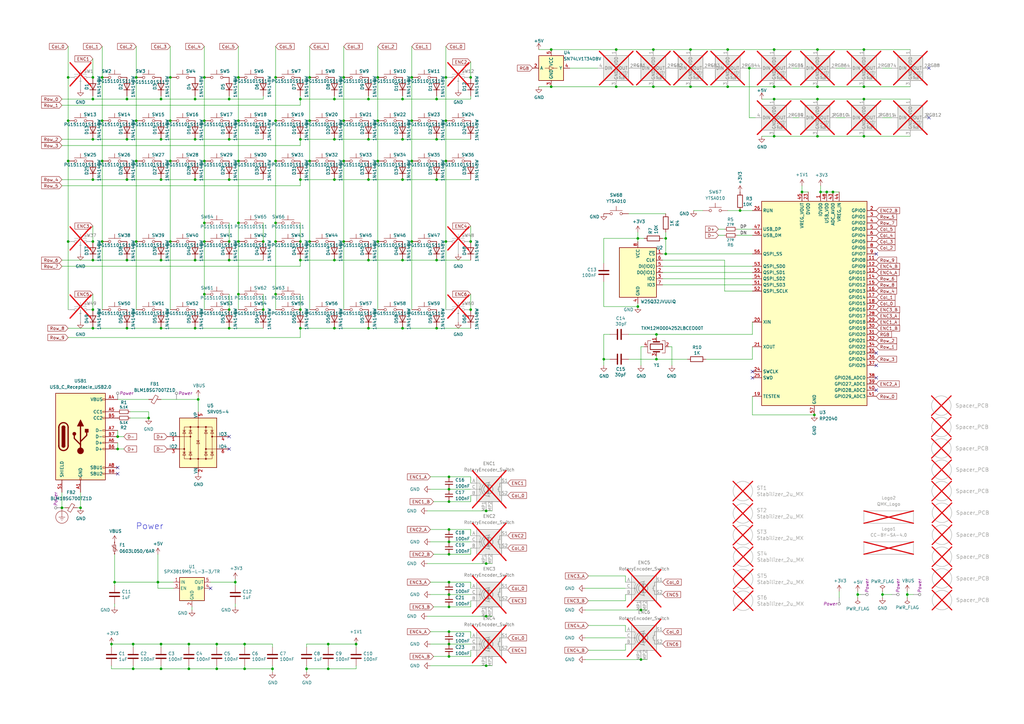
<source format=kicad_sch>
(kicad_sch (version 20231120) (generator "eeschema") (generator_version "8.0")
  (paper "A3")
  (title_block (title "Chameleon") (date "2024-02-09") (rev "v1.10") (company "Tweety's Wild Thinking") (comment 1 "Markus Knutsson <markus.knutsson@tweety.se>") (comment 2 "https://github.com/TweetyDaBird") (comment 3 "Licensed under Creative Commons BY-SA 4.0 International "))
  (junction (at 140.97 66.04))
  (junction (at 52.07 57.15))
  (junction (at 123.19 99.06))
  (junction (at 41.91 66.04))
  (junction (at 96.52 238.76))
  (junction (at 80.01 57.15))
  (junction (at 123.19 57.15))
  (junction (at 83.82 91.44))
  (junction (at 123.19 127))
  (junction (at 262.89 270.51))
  (junction (at 140.97 49.53))
  (junction (at 273.05 104.14))
  (junction (at 137.16 134.62))
  (junction (at 52.07 134.62))
  (junction (at 100.33 264.16))
  (junction (at 97.79 120.65))
  (junction (at 168.91 99.06))
  (junction (at 45.72 264.16))
  (junction (at 80.01 73.66))
  (junction (at 165.1 73.66))
  (junction (at 41.91 49.53))
  (junction (at 193.04 127))
  (junction (at 55.88 49.53))
  (junction (at 93.98 106.68))
  (junction (at 25.4 208.28))
  (junction (at 38.1 57.15))
  (junction (at 107.95 127))
  (junction (at 283.21 20.32))
  (junction (at 88.9 274.32))
  (junction (at 267.97 20.32))
  (junction (at 66.04 264.16))
  (junction (at 184.15 238.76))
  (junction (at 154.94 49.53))
  (junction (at 93.98 40.64))
  (junction (at 137.16 73.66))
  (junction (at 113.03 120.65))
  (junction (at 27.94 49.53))
  (junction (at 341.63 78.74))
  (junction (at 66.04 134.62))
  (junction (at 93.98 134.62))
  (junction (at 269.24 147.32))
  (junction (at 52.07 73.66))
  (junction (at 38.1 106.68))
  (junction (at 182.88 31.75))
  (junction (at 83.82 49.53))
  (junction (at 46.99 238.76))
  (junction (at 66.04 73.66))
  (junction (at 179.07 106.68))
  (junction (at 307.34 27.94))
  (junction (at 252.73 20.32))
  (junction (at 127 99.06))
  (junction (at 168.91 66.04))
  (junction (at 38.1 73.66))
  (junction (at 113.03 31.75))
  (junction (at 54.61 274.32))
  (junction (at 354.33 20.32))
  (junction (at 83.82 99.06))
  (junction (at 184.15 195.58))
  (junction (at 182.88 66.04))
  (junction (at 38.1 134.62))
  (junction (at 335.28 35.56))
  (junction (at 199.39 209.55))
  (junction (at 83.82 120.65))
  (junction (at 93.98 99.06))
  (junction (at 48.26 184.15))
  (junction (at 184.15 205.74))
  (junction (at 80.01 106.68))
  (junction (at 140.97 99.06))
  (junction (at 127 49.53))
  (junction (at 247.65 147.32))
  (junction (at 303.53 86.36))
  (junction (at 134.62 264.16))
  (junction (at 69.85 99.06))
  (junction (at 283.21 35.56))
  (junction (at 88.9 264.16))
  (junction (at 123.19 40.64))
  (junction (at 123.19 134.62))
  (junction (at 93.98 127))
  (junction (at 168.91 31.75))
  (junction (at 54.61 264.16))
  (junction (at 38.1 31.75))
  (junction (at 193.04 99.06))
  (junction (at 113.03 99.06))
  (junction (at 97.79 49.53))
  (junction (at 179.07 40.64))
  (junction (at 354.33 55.88))
  (junction (at 179.07 73.66))
  (junction (at 97.79 66.04))
  (junction (at 184.15 222.25))
  (junction (at 336.55 78.74))
  (junction (at 273.05 97.79))
  (junction (at 184.15 248.92))
  (junction (at 146.05 264.16))
  (junction (at 66.04 106.68))
  (junction (at 179.07 134.62))
  (junction (at 55.88 31.75))
  (junction (at 184.15 227.33))
  (junction (at 184.15 259.08))
  (junction (at 361.95 243.84))
  (junction (at 66.04 57.15))
  (junction (at 267.97 35.56))
  (junction (at 339.09 78.74))
  (junction (at 38.1 127))
  (junction (at 269.24 137.16))
  (junction (at 317.5 55.88))
  (junction (at 184.15 217.17))
  (junction (at 69.85 31.75))
  (junction (at 33.02 208.28))
  (junction (at 317.5 40.64))
  (junction (at 351.79 243.84))
  (junction (at 165.1 40.64))
  (junction (at 41.91 31.75))
  (junction (at 48.26 179.07))
  (junction (at 317.5 35.56))
  (junction (at 334.01 170.18))
  (junction (at 335.28 20.32))
  (junction (at 151.13 106.68))
  (junction (at 328.93 78.74))
  (junction (at 111.76 274.32))
  (junction (at 113.03 66.04))
  (junction (at 123.19 106.68))
  (junction (at 60.96 171.45))
  (junction (at 199.39 273.05))
  (junction (at 252.73 35.56))
  (junction (at 184.15 264.16))
  (junction (at 193.04 31.75))
  (junction (at 151.13 134.62))
  (junction (at 93.98 57.15))
  (junction (at 154.94 66.04))
  (junction (at 226.06 20.32))
  (junction (at 372.11 243.84))
  (junction (at 64.77 238.76))
  (junction (at 137.16 106.68))
  (junction (at 52.07 106.68))
  (junction (at 107.95 99.06))
  (junction (at 354.33 35.56))
  (junction (at 69.85 49.53))
  (junction (at 97.79 91.44))
  (junction (at 113.03 91.44))
  (junction (at 27.94 31.75))
  (junction (at 27.94 99.06))
  (junction (at 83.82 66.04))
  (junction (at 199.39 252.73))
  (junction (at 93.98 73.66))
  (junction (at 38.1 40.64))
  (junction (at 27.94 66.04))
  (junction (at 335.28 40.64))
  (junction (at 226.06 35.56))
  (junction (at 261.62 125.73))
  (junction (at 69.85 66.04))
  (junction (at 354.33 40.64))
  (junction (at 77.47 274.32))
  (junction (at 66.04 40.64))
  (junction (at 97.79 99.06))
  (junction (at 66.04 274.32))
  (junction (at 55.88 66.04))
  (junction (at 154.94 31.75))
  (junction (at 123.19 73.66))
  (junction (at 151.13 73.66))
  (junction (at 140.97 31.75))
  (junction (at 154.94 99.06))
  (junction (at 38.1 99.06))
  (junction (at 113.03 49.53))
  (junction (at 184.15 200.66))
  (junction (at 77.47 264.16))
  (junction (at 97.79 31.75))
  (junction (at 298.45 35.56))
  (junction (at 184.15 243.84))
  (junction (at 184.15 269.24))
  (junction (at 168.91 49.53))
  (junction (at 179.07 57.15))
  (junction (at 127 31.75))
  (junction (at 83.82 31.75))
  (junction (at 81.28 163.83))
  (junction (at 134.62 274.32))
  (junction (at 182.88 99.06))
  (junction (at 80.01 134.62))
  (junction (at 182.88 49.53))
  (junction (at 261.62 97.79))
  (junction (at 151.13 57.15))
  (junction (at 137.16 57.15))
  (junction (at 165.1 134.62))
  (junction (at 335.28 55.88))
  (junction (at 199.39 231.14))
  (junction (at 137.16 40.64))
  (junction (at 151.13 40.64))
  (junction (at 80.01 40.64))
  (junction (at 262.89 250.19))
  (junction (at 52.07 40.64))
  (junction (at 317.5 20.32))
  (junction (at 125.73 274.32))
  (junction (at 298.45 20.32))
  (junction (at 41.91 99.06))
  (junction (at 165.1 106.68))
  (junction (at 55.88 99.06))
  (junction (at 165.1 57.15))
  (junction (at 127 66.04))
  (junction (at 100.33 274.32))
  (no_connect (at 308.61 152.4))
  (no_connect (at 359.41 160.02))
  (no_connect (at 93.98 184.15))
  (no_connect (at 381 48.26))
  (no_connect (at 359.41 149.86))
  (no_connect (at 359.41 144.78))
  (no_connect (at 48.26 194.31))
  (no_connect (at 93.98 179.07))
  (no_connect (at 381 27.94))
  (no_connect (at 359.41 104.14))
  (no_connect (at 359.41 154.94))
  (no_connect (at 308.61 154.94))
  (no_connect (at 48.26 191.77))
  (no_connect (at 86.36 241.3))
  (wire (pts (xy 140.97 19.05) (xy 140.97 31.75)))
  (wire (pts (xy 199.39 273.05) (xy 201.93 273.05)))
  (wire (pts (xy 176.53 264.16) (xy 184.15 264.16)))
  (wire (pts (xy 83.82 19.05) (xy 83.82 31.75)))
  (wire (pts (xy 177.8 248.92) (xy 184.15 248.92)))
  (wire (pts (xy 372.11 245.11) (xy 372.11 243.84)))
  (wire (pts (xy 344.17 78.74) (xy 341.63 78.74)))
  (wire (pts (xy 80.01 106.68) (xy 93.98 106.68)))
  (wire (pts (xy 303.53 86.36) (xy 308.61 86.36)))
  (wire (pts (xy 96.52 237.49) (xy 96.52 238.76)))
  (wire (pts (xy 123.19 39.37) (xy 123.19 40.64)))
  (wire (pts (xy 54.61 273.05) (xy 54.61 274.32)))
  (wire (pts (xy 140.97 99.06) (xy 140.97 127)))
  (wire (pts (xy 247.65 137.16) (xy 247.65 147.32)))
  (wire (pts (xy 302.26 96.52) (xy 308.61 96.52)))
  (wire (pts (xy 25.4 57.15) (xy 38.1 57.15)))
  (wire (pts (xy 123.19 91.44) (xy 123.19 99.06)))
  (wire (pts (xy 55.88 99.06) (xy 55.88 66.04)))
  (wire (pts (xy 93.98 120.65) (xy 93.98 127)))
  (wire (pts (xy 165.1 73.66) (xy 179.07 73.66)))
  (wire (pts (xy 184.15 269.24) (xy 193.04 269.24)))
  (wire (pts (xy 80.01 134.62) (xy 93.98 134.62)))
  (wire (pts (xy 267.97 20.32) (xy 283.21 20.32)))
  (wire (pts (xy 193.04 92.71) (xy 193.04 99.06)))
  (wire (pts (xy 317.5 20.32) (xy 335.28 20.32)))
  (wire (pts (xy 25.4 73.66) (xy 38.1 73.66)))
  (wire (pts (xy 342.9 48.26) (xy 346.71 48.26)))
  (wire (pts (xy 273.05 104.14) (xy 271.78 104.14)))
  (wire (pts (xy 220.98 35.56) (xy 226.06 35.56)))
  (wire (pts (xy 125.73 274.32) (xy 125.73 275.59)))
  (wire (pts (xy 66.04 265.43) (xy 66.04 264.16)))
  (wire (pts (xy 334.01 170.18) (xy 308.61 170.18)))
  (wire (pts (xy 134.62 273.05) (xy 134.62 274.32)))
  (wire (pts (xy 154.94 19.05) (xy 154.94 31.75)))
  (wire (pts (xy 335.28 40.64) (xy 354.33 40.64)))
  (wire (pts (xy 193.04 195.58) (xy 193.04 198.12)))
  (wire (pts (xy 86.36 238.76) (xy 96.52 238.76)))
  (wire (pts (xy 257.81 137.16) (xy 269.24 137.16)))
  (wire (pts (xy 250.19 147.32) (xy 247.65 147.32)))
  (wire (pts (xy 140.97 49.53) (xy 140.97 31.75)))
  (wire (pts (xy 184.15 248.92) (xy 193.04 248.92)))
  (wire (pts (xy 233.68 27.94) (xy 245.11 27.94)))
  (wire (pts (xy 125.73 264.16) (xy 134.62 264.16)))
  (wire (pts (xy 83.82 49.53) (xy 83.82 31.75)))
  (wire (pts (xy 252.73 20.32) (xy 267.97 20.32)))
  (wire (pts (xy 274.32 142.24) (xy 275.59 142.24)))
  (wire (pts (xy 97.79 99.06) (xy 97.79 120.65)))
  (wire (pts (xy 184.15 217.17) (xy 193.04 217.17)))
  (wire (pts (xy 176.53 259.08) (xy 184.15 259.08)))
  (wire (pts (xy 325.12 48.26) (xy 327.66 48.26)))
  (wire (pts (xy 54.61 264.16) (xy 66.04 264.16)))
  (wire (pts (xy 38.1 24.13) (xy 38.1 31.75)))
  (wire (pts (xy 307.34 48.26) (xy 309.88 48.26)))
  (wire (pts (xy 372.11 243.84) (xy 372.11 242.57)))
  (wire (pts (xy 179.07 39.37) (xy 179.07 40.64)))
  (wire (pts (xy 298.45 20.32) (xy 317.5 20.32)))
  (wire (pts (xy 325.12 27.94) (xy 327.66 27.94)))
  (wire (pts (xy 273.05 95.25) (xy 273.05 97.79)))
  (wire (pts (xy 123.19 134.62) (xy 137.16 134.62)))
  (wire (pts (xy 88.9 274.32) (xy 77.47 274.32)))
  (wire (pts (xy 354.33 55.88) (xy 373.38 55.88)))
  (wire (pts (xy 168.91 19.05) (xy 168.91 31.75)))
  (wire (pts (xy 151.13 73.66) (xy 165.1 73.66)))
  (wire (pts (xy 25.4 208.28) (xy 25.4 201.93)))
  (wire (pts (xy 294.64 96.52) (xy 297.18 96.52)))
  (wire (pts (xy 66.04 163.83) (xy 81.28 163.83)))
  (wire (pts (xy 288.29 86.36) (xy 284.48 86.36)))
  (wire (pts (xy 307.34 48.26) (xy 307.34 27.94)))
  (wire (pts (xy 97.79 19.05) (xy 97.79 31.75)))
  (wire (pts (xy 176.53 273.05) (xy 199.39 273.05)))
  (wire (pts (xy 341.63 78.74) (xy 339.09 78.74)))
  (wire (pts (xy 154.94 66.04) (xy 154.94 49.53)))
  (wire (pts (xy 182.88 99.06) (xy 182.88 127)))
  (wire (pts (xy 240.03 270.51) (xy 262.89 270.51)))
  (wire (pts (xy 298.45 35.56) (xy 317.5 35.56)))
  (wire (pts (xy 69.85 66.04) (xy 69.85 49.53)))
  (wire (pts (xy 271.78 111.76) (xy 308.61 111.76)))
  (wire (pts (xy 177.8 269.24) (xy 184.15 269.24)))
  (wire (pts (xy 151.13 134.62) (xy 165.1 134.62)))
  (wire (pts (xy 52.07 57.15) (xy 66.04 57.15)))
  (wire (pts (xy 307.34 27.94) (xy 309.88 27.94)))
  (wire (pts (xy 45.72 274.32) (xy 54.61 274.32)))
  (wire (pts (xy 262.89 250.19) (xy 265.43 250.19)))
  (wire (pts (xy 100.33 264.16) (xy 111.76 264.16)))
  (wire (pts (xy 289.56 147.32) (xy 308.61 147.32)))
  (wire (pts (xy 93.98 57.15) (xy 107.95 57.15)))
  (wire (pts (xy 55.88 19.05) (xy 55.88 31.75)))
  (wire (pts (xy 339.09 78.74) (xy 336.55 78.74)))
  (wire (pts (xy 240.03 241.3) (xy 256.54 241.3)))
  (wire (pts (xy 361.95 48.26) (xy 365.76 48.26)))
  (wire (pts (xy 123.19 59.69) (xy 123.19 57.15)))
  (wire (pts (xy 241.3 236.22) (xy 256.54 236.22)))
  (wire (pts (xy 97.79 120.65) (xy 97.79 127)))
  (wire (pts (xy 93.98 73.66) (xy 107.95 73.66)))
  (wire (pts (xy 257.81 87.63) (xy 273.05 87.63)))
  (wire (pts (xy 71.12 241.3) (xy 64.77 241.3)))
  (wire (pts (xy 193.04 205.74) (xy 193.04 203.2)))
  (wire (pts (xy 184.15 243.84) (xy 193.04 243.84)))
  (wire (pts (xy 176.53 222.25) (xy 184.15 222.25)))
  (wire (pts (xy 123.19 76.2) (xy 123.19 73.66)))
  (wire (pts (xy 182.88 66.04) (xy 182.88 49.53)))
  (wire (pts (xy 317.5 40.64) (xy 335.28 40.64)))
  (wire (pts (xy 52.07 134.62) (xy 66.04 134.62)))
  (wire (pts (xy 25.4 76.2) (xy 123.19 76.2)))
  (wire (pts (xy 168.91 99.06) (xy 168.91 127)))
  (wire (pts (xy 261.62 124.46) (xy 261.62 125.73)))
  (wire (pts (xy 273.05 104.14) (xy 308.61 104.14)))
  (wire (pts (xy 176.53 243.84) (xy 184.15 243.84)))
  (wire (pts (xy 351.79 242.57) (xy 351.79 243.84)))
  (wire (pts (xy 107.95 39.37) (xy 107.95 40.64)))
  (wire (pts (xy 54.61 265.43) (xy 54.61 264.16)))
  (wire (pts (xy 113.03 91.44) (xy 113.03 66.04)))
  (wire (pts (xy 361.95 243.84) (xy 365.76 243.84)))
  (wire (pts (xy 302.26 93.98) (xy 308.61 93.98)))
  (wire (pts (xy 176.53 200.66) (xy 184.15 200.66)))
  (wire (pts (xy 113.03 99.06) (xy 113.03 120.65)))
  (wire (pts (xy 66.04 273.05) (xy 66.04 274.32)))
  (wire (pts (xy 240.03 250.19) (xy 262.89 250.19)))
  (wire (pts (xy 88.9 264.16) (xy 100.33 264.16)))
  (wire (pts (xy 184.15 195.58) (xy 193.04 195.58)))
  (wire (pts (xy 80.01 40.64) (xy 93.98 40.64)))
  (wire (pts (xy 123.19 73.66) (xy 137.16 73.66)))
  (wire (pts (xy 151.13 57.15) (xy 165.1 57.15)))
  (wire (pts (xy 77.47 265.43) (xy 77.47 264.16)))
  (wire (pts (xy 64.77 227.33) (xy 64.77 238.76)))
  (wire (pts (xy 342.9 27.94) (xy 346.71 27.94)))
  (wire (pts (xy 52.07 106.68) (xy 66.04 106.68)))
  (wire (pts (xy 256.54 256.54) (xy 256.54 259.08)))
  (wire (pts (xy 66.04 106.68) (xy 80.01 106.68)))
  (wire (pts (xy 151.13 106.68) (xy 165.1 106.68)))
  (wire (pts (xy 123.19 109.22) (xy 123.19 106.68)))
  (wire (pts (xy 80.01 73.66) (xy 93.98 73.66)))
  (wire (pts (xy 46.99 227.33) (xy 46.99 238.76)))
  (wire (pts (xy 53.34 171.45) (xy 60.96 171.45)))
  (wire (pts (xy 154.94 99.06) (xy 154.94 66.04)))
  (wire (pts (xy 52.07 40.64) (xy 38.1 40.64)))
  (wire (pts (xy 27.94 49.53) (xy 27.94 66.04)))
  (wire (pts (xy 38.1 92.71) (xy 38.1 99.06)))
  (wire (pts (xy 31.75 208.28) (xy 33.02 208.28)))
  (wire (pts (xy 123.19 57.15) (xy 137.16 57.15)))
  (wire (pts (xy 283.21 20.32) (xy 298.45 20.32)))
  (wire (pts (xy 125.73 274.32) (xy 134.62 274.32)))
  (wire (pts (xy 146.05 264.16) (xy 146.05 265.43)))
  (wire (pts (xy 60.96 163.83) (xy 48.26 163.83)))
  (wire (pts (xy 193.04 39.37) (xy 193.04 40.64)))
  (wire (pts (xy 261.62 95.25) (xy 261.62 97.79)))
  (wire (pts (xy 361.95 27.94) (xy 365.76 27.94)))
  (wire (pts (xy 113.03 66.04) (xy 113.03 49.53)))
  (wire (pts (xy 125.73 273.05) (xy 125.73 274.32)))
  (wire (pts (xy 77.47 274.32) (xy 66.04 274.32)))
  (wire (pts (xy 55.88 99.06) (xy 55.88 127)))
  (wire (pts (xy 273.05 97.79) (xy 273.05 104.14)))
  (wire (pts (xy 252.73 35.56) (xy 267.97 35.56)))
  (wire (pts (xy 262.89 142.24) (xy 262.89 149.86)))
  (wire (pts (xy 134.62 274.32) (xy 146.05 274.32)))
  (wire (pts (xy 177.8 227.33) (xy 184.15 227.33)))
  (wire (pts (xy 335.28 35.56) (xy 354.33 35.56)))
  (wire (pts (xy 175.26 252.73) (xy 199.39 252.73)))
  (wire (pts (xy 41.91 99.06) (xy 41.91 66.04)))
  (wire (pts (xy 297.18 106.68) (xy 297.18 119.38)))
  (wire (pts (xy 226.06 20.32) (xy 252.73 20.32)))
  (wire (pts (xy 184.15 205.74) (xy 193.04 205.74)))
  (wire (pts (xy 184.15 238.76) (xy 193.04 238.76)))
  (wire (pts (xy 137.16 39.37) (xy 137.16 40.64)))
  (wire (pts (xy 308.61 147.32) (xy 308.61 142.24)))
  (wire (pts (xy 41.91 49.53) (xy 41.91 31.75)))
  (wire (pts (xy 66.04 134.62) (xy 80.01 134.62)))
  (wire (pts (xy 354.33 20.32) (xy 373.38 20.32)))
  (wire (pts (xy 25.4 109.22) (xy 123.19 109.22)))
  (wire (pts (xy 97.79 49.53) (xy 97.79 31.75)))
  (wire (pts (xy 247.65 107.95) (xy 247.65 97.79)))
  (wire (pts (xy 45.72 273.05) (xy 45.72 274.32)))
  (wire (pts (xy 25.4 40.64) (xy 38.1 40.64)))
  (wire (pts (xy 226.06 35.56) (xy 252.73 35.56)))
  (wire (pts (xy 93.98 40.64) (xy 107.95 40.64)))
  (wire (pts (xy 41.91 19.05) (xy 41.91 31.75)))
  (wire (pts (xy 66.04 40.64) (xy 52.07 40.64)))
  (wire (pts (xy 267.97 35.56) (xy 283.21 35.56)))
  (wire (pts (xy 45.72 264.16) (xy 45.72 265.43)))
  (wire (pts (xy 80.01 57.15) (xy 93.98 57.15)))
  (wire (pts (xy 179.07 40.64) (xy 193.04 40.64)))
  (wire (pts (xy 69.85 19.05) (xy 69.85 31.75)))
  (wire (pts (xy 335.28 55.88) (xy 354.33 55.88)))
  (wire (pts (xy 165.1 40.64) (xy 179.07 40.64)))
  (wire (pts (xy 256.54 266.7) (xy 256.54 264.16)))
  (wire (pts (xy 100.33 274.32) (xy 88.9 274.32)))
  (wire (pts (xy 241.3 266.7) (xy 256.54 266.7)))
  (wire (pts (xy 312.42 40.64) (xy 317.5 40.64)))
  (wire (pts (xy 83.82 127) (xy 83.82 120.65)))
  (wire (pts (xy 240.03 261.62) (xy 256.54 261.62)))
  (wire (pts (xy 46.99 247.65) (xy 46.99 248.92)))
  (wire (pts (xy 93.98 106.68) (xy 107.95 106.68)))
  (wire (pts (xy 354.33 35.56) (xy 373.38 35.56)))
  (wire (pts (xy 25.4 59.69) (xy 123.19 59.69)))
  (wire (pts (xy 351.79 243.84) (xy 351.79 245.11)))
  (wire (pts (xy 123.19 106.68) (xy 137.16 106.68)))
  (wire (pts (xy 134.62 264.16) (xy 146.05 264.16)))
  (wire (pts (xy 165.1 134.62) (xy 179.07 134.62)))
  (wire (pts (xy 27.94 99.06) (xy 27.94 127)))
  (wire (pts (xy 69.85 49.53) (xy 69.85 31.75)))
  (wire (pts (xy 97.79 99.06) (xy 97.79 91.44)))
  (wire (pts (xy 38.1 120.65) (xy 38.1 127)))
  (wire (pts (xy 184.15 259.08) (xy 193.04 259.08)))
  (wire (pts (xy 64.77 241.3) (xy 64.77 238.76)))
  (wire (pts (xy 179.07 106.68) (xy 193.04 106.68)))
  (wire (pts (xy 165.1 106.68) (xy 179.07 106.68)))
  (wire (pts (xy 27.94 19.05) (xy 27.94 31.75)))
  (wire (pts (xy 69.85 99.06) (xy 69.85 127)))
  (wire (pts (xy 271.78 109.22) (xy 308.61 109.22)))
  (wire (pts (xy 64.77 238.76) (xy 71.12 238.76)))
  (wire (pts (xy 25.4 106.68) (xy 38.1 106.68)))
  (wire (pts (xy 127 49.53) (xy 127 31.75)))
  (wire (pts (xy 38.1 134.62) (xy 52.07 134.62)))
  (wire (pts (xy 336.55 76.2) (xy 336.55 78.74)))
  (wire (pts (xy 25.4 208.28) (xy 26.67 208.28)))
  (wire (pts (xy 241.3 246.38) (xy 256.54 246.38)))
  (wire (pts (xy 256.54 236.22) (xy 256.54 238.76)))
  (wire (pts (xy 247.65 125.73) (xy 261.62 125.73)))
  (wire (pts (xy 294.64 93.98) (xy 297.18 93.98)))
  (wire (pts (xy 317.5 55.88) (xy 335.28 55.88)))
  (wire (pts (xy 137.16 106.68) (xy 151.13 106.68)))
  (wire (pts (xy 83.82 91.44) (xy 83.82 66.04)))
  (wire (pts (xy 77.47 273.05) (xy 77.47 274.32)))
  (wire (pts (xy 83.82 99.06) (xy 83.82 91.44)))
  (wire (pts (xy 27.94 66.04) (xy 27.94 99.06)))
  (wire (pts (xy 351.79 243.84) (xy 353.06 243.84)))
  (wire (pts (xy 328.93 76.2) (xy 328.93 78.74)))
  (wire (pts (xy 25.4 43.18) (xy 123.19 43.18)))
  (wire (pts (xy 48.26 179.07) (xy 50.8 179.07)))
  (wire (pts (xy 38.1 73.66) (xy 52.07 73.66)))
  (wire (pts (xy 81.28 168.91) (xy 81.28 163.83)))
  (wire (pts (xy 48.26 181.61) (xy 48.26 184.15)))
  (wire (pts (xy 81.28 162.56) (xy 81.28 163.83)))
  (wire (pts (xy 328.93 78.74) (xy 331.47 78.74)))
  (wire (pts (xy 269.24 146.05) (xy 269.24 147.32)))
  (wire (pts (xy 93.98 134.62) (xy 107.95 134.62)))
  (wire (pts (xy 177.8 205.74) (xy 184.15 205.74)))
  (wire (pts (xy 182.88 19.05) (xy 182.88 31.75)))
  (wire (pts (xy 123.19 43.18) (xy 123.19 40.64)))
  (wire (pts (xy 80.01 39.37) (xy 80.01 40.64)))
  (wire (pts (xy 372.11 243.84) (xy 374.65 243.84)))
  (wire (pts (xy 312.42 55.88) (xy 317.5 55.88)))
  (wire (pts (xy 179.07 73.66) (xy 193.04 73.66)))
  (wire (pts (xy 168.91 66.04) (xy 168.91 49.53)))
  (wire (pts (xy 53.34 168.91) (xy 60.96 168.91)))
  (wire (pts (xy 146.05 274.32) (xy 146.05 273.05)))
  (wire (pts (xy 48.26 176.53) (xy 48.26 179.07)))
  (wire (pts (xy 77.47 264.16) (xy 88.9 264.16)))
  (wire (pts (xy 247.65 147.32) (xy 247.65 149.86)))
  (wire (pts (xy 93.98 91.44) (xy 93.98 99.06)))
  (wire (pts (xy 261.62 97.79) (xy 261.62 99.06)))
  (wire (pts (xy 107.95 91.44) (xy 107.95 99.06)))
  (wire (pts (xy 52.07 73.66) (xy 66.04 73.66)))
  (wire (pts (xy 137.16 57.15) (xy 151.13 57.15)))
  (wire (pts (xy 38.1 57.15) (xy 52.07 57.15)))
  (wire (pts (xy 83.82 99.06) (xy 83.82 120.65)))
  (wire (pts (xy 83.82 66.04) (xy 83.82 49.53)))
  (wire (pts (xy 151.13 39.37) (xy 151.13 40.64)))
  (wire (pts (xy 69.85 99.06) (xy 69.85 66.04)))
  (wire (pts (xy 247.65 97.79) (xy 261.62 97.79)))
  (wire (pts (xy 193.04 120.65) (xy 193.04 127)))
  (wire (pts (xy 361.95 243.84) (xy 361.95 245.11)))
  (wire (pts (xy 257.81 147.32) (xy 269.24 147.32)))
  (wire (pts (xy 41.91 66.04) (xy 41.91 49.53)))
  (wire (pts (xy 182.88 99.06) (xy 182.88 66.04)))
  (wire (pts (xy 41.91 99.06) (xy 41.91 127)))
  (wire (pts (xy 55.88 49.53) (xy 55.88 31.75)))
  (wire (pts (xy 151.13 40.64) (xy 165.1 40.64)))
  (wire (pts (xy 48.26 184.15) (xy 50.8 184.15)))
  (wire (pts (xy 111.76 265.43) (xy 111.76 264.16)))
  (wire (pts (xy 306.07 27.94) (xy 307.34 27.94)))
  (wire (pts (xy 140.97 99.06) (xy 140.97 66.04)))
  (wire (pts (xy 193.04 248.92) (xy 193.04 246.38)))
  (wire (pts (xy 220.98 20.32) (xy 226.06 20.32)))
  (wire (pts (xy 179.07 57.15) (xy 193.04 57.15)))
  (wire (pts (xy 176.53 217.17) (xy 184.15 217.17)))
  (wire (pts (xy 193.04 25.4) (xy 193.04 31.75)))
  (wire (pts (xy 111.76 273.05) (xy 111.76 274.32)))
  (wire (pts (xy 271.78 116.84) (xy 308.61 116.84)))
  (wire (pts (xy 354.33 40.64) (xy 373.38 40.64)))
  (wire (pts (xy 88.9 273.05) (xy 88.9 274.32)))
  (wire (pts (xy 137.16 73.66) (xy 151.13 73.66)))
  (wire (pts (xy 317.5 35.56) (xy 335.28 35.56)))
  (wire (pts (xy 125.73 265.43) (xy 125.73 264.16)))
  (wire (pts (xy 165.1 57.15) (xy 179.07 57.15)))
  (wire (pts (xy 137.16 134.62) (xy 151.13 134.62)))
  (wire (pts (xy 182.88 49.53) (xy 182.88 31.75)))
  (wire (pts (xy 33.02 208.28) (xy 33.02 201.93)))
  (wire (pts (xy 247.65 125.73) (xy 247.65 115.57)))
  (wire (pts (xy 256.54 246.38) (xy 256.54 243.84)))
  (wire (pts (xy 66.04 274.32) (xy 54.61 274.32)))
  (wire (pts (xy 88.9 265.43) (xy 88.9 264.16)))
  (wire (pts (xy 262.89 270.51) (xy 265.43 270.51)))
  (wire (pts (xy 168.91 49.53) (xy 168.91 31.75)))
  (wire (pts (xy 271.78 114.3) (xy 308.61 114.3)))
  (wire (pts (xy 308.61 137.16) (xy 308.61 132.08)))
  (wire (pts (xy 100.33 274.32) (xy 111.76 274.32)))
  (wire (pts (xy 298.45 86.36) (xy 303.53 86.36)))
  (wire (pts (xy 275.59 142.24) (xy 275.59 149.86)))
  (wire (pts (xy 60.96 168.91) (xy 60.96 171.45)))
  (wire (pts (xy 66.04 73.66) (xy 80.01 73.66)))
  (wire (pts (xy 175.26 209.55) (xy 199.39 209.55)))
  (wire (pts (xy 137.16 40.64) (xy 151.13 40.64)))
  (wire (pts (xy 45.72 264.16) (xy 54.61 264.16)))
  (wire (pts (xy 308.61 170.18) (xy 308.61 162.56)))
  (wire (pts (xy 93.98 39.37) (xy 93.98 40.64)))
  (wire (pts (xy 175.26 231.14) (xy 199.39 231.14)))
  (wire (pts (xy 184.15 264.16) (xy 193.04 264.16)))
  (wire (pts (xy 361.95 242.57) (xy 361.95 243.84)))
  (wire (pts (xy 96.52 238.76) (xy 96.52 240.03)))
  (wire (pts (xy 66.04 57.15) (xy 80.01 57.15)))
  (wire (pts (xy 127 19.05) (xy 127 31.75)))
  (wire (pts (xy 297.18 119.38) (xy 308.61 119.38)))
  (wire (pts (xy 78.74 248.92) (xy 78.74 250.19)))
  (wire (pts (xy 27.94 134.62) (xy 38.1 134.62)))
  (wire (pts (xy 271.78 106.68) (xy 297.18 106.68)))
  (wire (pts (xy 193.04 238.76) (xy 193.04 241.3)))
  (wire (pts (xy 66.04 39.37) (xy 66.04 40.64)))
  (wire (pts (xy 127 66.04) (xy 127 49.53)))
  (wire (pts (xy 66.04 264.16) (xy 77.47 264.16)))
  (wire (pts (xy 66.04 40.64) (xy 80.01 40.64)))
  (wire (pts (xy 97.79 91.44) (xy 97.79 66.04)))
  (wire (pts (xy 154.94 99.06) (xy 154.94 127)))
  (wire (pts (xy 46.99 238.76) (xy 64.77 238.76)))
  (wire (pts (xy 96.52 247.65) (xy 96.52 248.92)))
  (wire (pts (xy 193.04 269.24) (xy 193.04 266.7)))
  (wire (pts (xy 184.15 227.33) (xy 193.04 227.33)))
  (wire (pts (xy 264.16 142.24) (xy 262.89 142.24)))
  (wire (pts (xy 335.28 20.32) (xy 354.33 20.32)))
  (wire (pts (xy 269.24 137.16) (xy 308.61 137.16)))
  (wire (pts (xy 134.62 265.43) (xy 134.62 264.16)))
  (wire (pts (xy 264.16 97.79) (xy 261.62 97.79)))
  (wire (pts (xy 123.19 120.65) (xy 123.19 127)))
  (wire (pts (xy 111.76 274.32) (xy 111.76 275.59)))
  (wire (pts (xy 184.15 200.66) (xy 193.04 200.66)))
  (wire (pts (xy 199.39 252.73) (xy 201.93 252.73)))
  (wire (pts (xy 100.33 273.05) (xy 100.33 274.32)))
  (wire (pts (xy 283.21 35.56) (xy 298.45 35.56)))
  (wire (pts (xy 241.3 256.54) (xy 256.54 256.54)))
  (wire (pts (xy 269.24 147.32) (xy 281.94 147.32)))
  (wire (pts (xy 55.88 66.04) (xy 55.88 49.53)))
  (wire (pts (xy 269.24 138.43) (xy 269.24 137.16)))
  (wire (pts (xy 250.19 137.16) (xy 247.65 137.16)))
  (wire (pts (xy 38.1 106.68) (xy 52.07 106.68)))
  (wire (pts (xy 113.03 49.53) (xy 113.03 31.75)))
  (wire (pts (xy 154.94 49.53) (xy 154.94 31.75)))
  (wire (pts (xy 168.91 99.06) (xy 168.91 66.04)))
  (wire (pts (xy 127 99.06) (xy 127 66.04)))
  (wire (pts (xy 184.15 222.25) (xy 193.04 222.25)))
  (wire (pts (xy 27.94 31.75) (xy 27.94 49.53)))
  (wire (pts (xy 199.39 209.55) (xy 201.93 209.55)))
  (wire (pts (xy 179.07 134.62) (xy 193.04 134.62)))
  (wire (pts (xy 140.97 66.04) (xy 140.97 49.53)))
  (wire (pts (xy 46.99 240.03) (xy 46.99 238.76)))
  (wire (pts (xy 113.03 99.06) (xy 113.03 91.44)))
  (wire (pts (xy 193.04 217.17) (xy 193.04 219.71)))
  (wire (pts (xy 193.04 227.33) (xy 193.04 224.79)))
  (wire (pts (xy 38.1 39.37) (xy 38.1 40.64)))
  (wire (pts (xy 123.19 40.64) (xy 137.16 40.64)))
  (wire (pts (xy 27.94 138.43) (xy 123.19 138.43)))
  (wire (pts (xy 52.07 39.37) (xy 52.07 40.64)))
  (wire (pts (xy 344.17 242.57) (xy 344.17 245.11)))
  (wire (pts (xy 107.95 120.65) (xy 107.95 127)))
  (wire (pts (xy 100.33 265.43) (xy 100.33 264.16)))
  (wire (pts (xy 176.53 238.76) (xy 184.15 238.76)))
  (wire (pts (xy 97.79 66.04) (xy 97.79 49.53)))
  (wire (pts (xy 193.04 259.08) (xy 193.04 261.62)))
  (wire (pts (xy 113.03 127) (xy 113.03 120.65)))
  (wire (pts (xy 165.1 39.37) (xy 165.1 40.64)))
  (wire (pts (xy 176.53 195.58) (xy 184.15 195.58)))
  (wire (pts (xy 123.19 138.43) (xy 123.19 134.62)))
  (wire (pts (xy 273.05 97.79) (xy 271.78 97.79)))
  (wire (pts (xy 199.39 231.14) (xy 201.93 231.14)))
  (wire (pts (xy 127 99.06) (xy 127 127)))
  (wire (pts (xy 113.03 19.05) (xy 113.03 31.75)))
  (text "Power" (at 55.6814 217.4738 0) (effects (font (size 2.54 2.54)) (justify left bottom)))
  (label "DP" (at 303.53 93.98 0))
  (label "DN" (at 303.53 96.52 0))
  (global_label "Col_3" (shape input) (at 140.97 19.05 0) (property "Intersheetrefs" "${INTERSHEET_REFS}" (effects (hide yes))))
  (global_label "ENC3_A" (shape input) (at 176.53 238.76 180) (property "Intersheetrefs" "${INTERSHEET_REFS}" (effects (hide yes))))
  (global_label "ENC4_B" (shape input) (at 241.3 266.7 180) (property "Intersheetrefs" "${INTERSHEET_REFS}" (effects (hide yes))))
  (global_label "Row_0" (shape input) (at 25.4 40.64 180) (property "Intersheetrefs" "${INTERSHEET_REFS}" (effects (hide yes))))
  (global_label "Col_2" (shape input) (at 55.88 19.05 180) (property "Intersheetrefs" "${INTERSHEET_REFS}" (effects (hide yes))))
  (global_label "ENC4_B" (shape input) (at 359.41 109.22 0) (property "Intersheetrefs" "${INTERSHEET_REFS}" (effects (hide yes))))
  (global_label "Row_0" (shape input) (at 359.41 162.56 0) (property "Intersheetrefs" "${INTERSHEET_REFS}" (effects (hide yes))))
  (global_label "ENC4" (shape input) (at 193.04 92.71 180) (property "Intersheetrefs" "${INTERSHEET_REFS}" (effects (hide yes))))
  (global_label "Col_0" (shape input) (at 27.94 19.05 180) (property "Intersheetrefs" "${INTERSHEET_REFS}" (effects (hide yes))))
  (global_label "ENC3_B" (shape input) (at 241.3 246.38 180) (property "Intersheetrefs" "${INTERSHEET_REFS}" (effects (hide yes))))
  (global_label "ENC3_B" (shape input) (at 359.41 127 0) (property "Intersheetrefs" "${INTERSHEET_REFS}" (effects (hide yes))))
  (global_label "Col_2" (shape input) (at 154.94 19.05 0) (property "Intersheetrefs" "${INTERSHEET_REFS}" (effects (hide yes))))
  (global_label "Col_0" (shape input) (at 182.88 19.05 0) (property "Intersheetrefs" "${INTERSHEET_REFS}" (effects (hide yes))))
  (global_label "D+" (shape input) (at 294.64 93.98 180) (property "Intersheetrefs" "${INTERSHEET_REFS}" (effects (hide yes))))
  (global_label "Row_8" (shape input) (at 27.94 134.62 180) (property "Intersheetrefs" "${INTERSHEET_REFS}" (effects (hide yes))))
  (global_label "Col_0" (shape input) (at 208.28 241.3 0) (property "Intersheetrefs" "${INTERSHEET_REFS}" (effects (hide yes))))
  (global_label "D-" (shape input) (at 50.8 179.07 0) (property "Intersheetrefs" "${INTERSHEET_REFS}" (effects (hide yes))))
  (global_label "Row_4" (shape input) (at 25.4 73.66 180) (property "Intersheetrefs" "${INTERSHEET_REFS}" (effects (hide yes))))
  (global_label "Row_9" (shape input) (at 27.94 138.43 180) (property "Intersheetrefs" "${INTERSHEET_REFS}" (effects (hide yes))))
  (global_label "Col_5" (shape input) (at 113.03 19.05 0) (property "Intersheetrefs" "${INTERSHEET_REFS}" (effects (hide yes))))
  (global_label "ENC2_A" (shape input) (at 359.41 157.48 0) (property "Intersheetrefs" "${INTERSHEET_REFS}" (effects (hide yes))))
  (global_label "Row_1" (shape input) (at 359.41 142.24 0) (property "Intersheetrefs" "${INTERSHEET_REFS}" (effects (hide yes))))
  (global_label "ENC3_B" (shape input) (at 177.8 248.92 180) (property "Intersheetrefs" "${INTERSHEET_REFS}" (effects (hide yes))))
  (global_label "ENC1_B" (shape input) (at 359.41 134.62 0) (property "Intersheetrefs" "${INTERSHEET_REFS}" (effects (hide yes))))
  (global_label "ENC5" (shape input) (at 38.1 120.65 180) (property "Intersheetrefs" "${INTERSHEET_REFS}" (effects (hide yes))))
  (global_label "ENC3" (shape input) (at 38.1 92.71 180) (property "Intersheetrefs" "${INTERSHEET_REFS}" (effects (hide yes))))
  (global_label "ENC1_A" (shape input) (at 359.41 132.08 0) (property "Intersheetrefs" "${INTERSHEET_REFS}" (effects (hide yes))))
  (global_label "D+" (shape input) (at 68.58 179.07 180) (property "Intersheetrefs" "${INTERSHEET_REFS}" (effects (hide yes))))
  (global_label "Row_6" (shape input) (at 25.4 106.68 180) (property "Intersheetrefs" "${INTERSHEET_REFS}" (effects (hide yes))))
  (global_label "RGB" (shape input) (at 218.44 27.94 180) (property "Intersheetrefs" "${INTERSHEET_REFS}" (effects (hide yes))))
  (global_label "Row_7" (shape input) (at 25.4 109.22 180) (property "Intersheetrefs" "${INTERSHEET_REFS}" (effects (hide yes))))
  (global_label "ENC2" (shape input) (at 208.28 219.71 0) (property "Intersheetrefs" "${INTERSHEET_REFS}" (effects (hide yes))))
  (global_label "Col_0" (shape input) (at 208.28 261.62 0) (property "Intersheetrefs" "${INTERSHEET_REFS}" (effects (hide yes))))
  (global_label "ENC1" (shape input) (at 208.28 198.12 0) (property "Intersheetrefs" "${INTERSHEET_REFS}" (effects (hide yes))))
  (global_label "D+" (shape input) (at 50.8 184.15 0) (property "Intersheetrefs" "${INTERSHEET_REFS}" (effects (hide yes))))
  (global_label "Col_4" (shape input) (at 83.82 19.05 180) (property "Intersheetrefs" "${INTERSHEET_REFS}" (effects (hide yes))))
  (global_label "D-" (shape input) (at 294.64 96.52 180) (property "Intersheetrefs" "${INTERSHEET_REFS}" (effects (hide yes))))
  (global_label "Col_3" (shape input) (at 69.85 19.05 180) (property "Intersheetrefs" "${INTERSHEET_REFS}" (effects (hide yes))))
  (global_label "Row_2" (shape input) (at 25.4 57.15 180) (property "Intersheetrefs" "${INTERSHEET_REFS}" (effects (hide yes))))
  (global_label "ENC4_B" (shape input) (at 177.8 269.24 180) (property "Intersheetrefs" "${INTERSHEET_REFS}" (effects (hide yes))))
  (global_label "Row_5" (shape input) (at 25.4 76.2 180) (property "Intersheetrefs" "${INTERSHEET_REFS}" (effects (hide yes))))
  (global_label "ENC1" (shape input) (at 38.1 24.13 180) (property "Intersheetrefs" "${INTERSHEET_REFS}" (effects (hide yes))))
  (global_label "D-" (shape input) (at 68.58 184.15 180) (property "Intersheetrefs" "${INTERSHEET_REFS}" (effects (hide yes))))
  (global_label "ENC2_B" (shape input) (at 177.8 227.33 180) (property "Intersheetrefs" "${INTERSHEET_REFS}" (effects (hide yes))))
  (global_label "ENC4_A" (shape input) (at 359.41 111.76 0) (property "Intersheetrefs" "${INTERSHEET_REFS}" (effects (hide yes))))
  (global_label "Row_2" (shape input) (at 359.41 139.7 0) (property "Intersheetrefs" "${INTERSHEET_REFS}" (effects (hide yes))))
  (global_label "Row_8" (shape input) (at 359.41 116.84 0) (property "Intersheetrefs" "${INTERSHEET_REFS}" (effects (hide yes))))
  (global_label "Col_0" (shape input) (at 271.78 238.76 0) (property "Intersheetrefs" "${INTERSHEET_REFS}" (effects (hide yes))))
  (global_label "Row_6" (shape input) (at 359.41 114.3 0) (property "Intersheetrefs" "${INTERSHEET_REFS}" (effects (hide yes))))
  (global_label "Col_4" (shape input) (at 127 19.05 0) (property "Intersheetrefs" "${INTERSHEET_REFS}" (effects (hide yes))))
  (global_label "Row_7" (shape input) (at 359.41 91.44 0) (property "Intersheetrefs" "${INTERSHEET_REFS}" (effects (hide yes))))
  (global_label "Col_0" (shape input) (at 208.28 203.2 0) (property "Intersheetrefs" "${INTERSHEET_REFS}" (effects (hide yes))))
  (global_label "ENC6" (shape input) (at 271.78 264.16 0) (property "Intersheetrefs" "${INTERSHEET_REFS}" (effects (hide yes))))
  (global_label "ENC2_A" (shape input) (at 176.53 217.17 180) (property "Intersheetrefs" "${INTERSHEET_REFS}" (effects (hide yes))))
  (global_label "ENC2" (shape input) (at 193.04 25.4 180) (property "Intersheetrefs" "${INTERSHEET_REFS}" (effects (hide yes))))
  (global_label "ENC3_A" (shape input) (at 359.41 129.54 0) (property "Intersheetrefs" "${INTERSHEET_REFS}" (effects (hide yes))))
  (global_label "Col_0" (shape input) (at 359.41 124.46 0) (property "Intersheetrefs" "${INTERSHEET_REFS}" (effects (hide yes))))
  (global_label "Col_0" (shape input) (at 208.28 224.79 0) (property "Intersheetrefs" "${INTERSHEET_REFS}" (effects (hide yes))))
  (global_label "Col_4" (shape input) (at 359.41 96.52 0) (property "Intersheetrefs" "${INTERSHEET_REFS}" (effects (hide yes))))
  (global_label "Row_3" (shape input) (at 359.41 147.32 0) (property "Intersheetrefs" "${INTERSHEET_REFS}" (effects (hide yes))))
  (global_label "Col_5" (shape input) (at 359.41 93.98 0) (property "Intersheetrefs" "${INTERSHEET_REFS}" (effects (hide yes))))
  (global_label "Row_4" (shape input) (at 359.41 119.38 0) (property "Intersheetrefs" "${INTERSHEET_REFS}" (effects (hide yes))))
  (global_label "ENC2_B" (shape input) (at 359.41 86.36 0) (property "Intersheetrefs" "${INTERSHEET_REFS}" (effects (hide yes))))
  (global_label "ENC3" (shape input) (at 208.28 246.38 0) (property "Intersheetrefs" "${INTERSHEET_REFS}" (effects (hide yes))))
  (global_label "ENC4_A" (shape input) (at 241.3 256.54 180) (property "Intersheetrefs" "${INTERSHEET_REFS}" (effects (hide yes))))
  (global_label "Row_5" (shape input) (at 359.41 88.9 0) (property "Intersheetrefs" "${INTERSHEET_REFS}" (effects (hide yes))))
  (global_label "ENC5" (shape input) (at 271.78 243.84 0) (property "Intersheetrefs" "${INTERSHEET_REFS}" (effects (hide yes))))
  (global_label "ENC1_A" (shape input) (at 176.53 195.58 180) (property "Intersheetrefs" "${INTERSHEET_REFS}" (effects (hide yes))))
  (global_label "Row_9" (shape input) (at 359.41 106.68 0) (property "Intersheetrefs" "${INTERSHEET_REFS}" (effects (hide yes))))
  (global_label "ENC3_A" (shape input) (at 241.3 236.22 180) (property "Intersheetrefs" "${INTERSHEET_REFS}" (effects (hide yes))))
  (global_label "ENC4_A" (shape input) (at 176.53 259.08 180) (property "Intersheetrefs" "${INTERSHEET_REFS}" (effects (hide yes))))
  (global_label "Col_5" (shape input) (at 97.79 19.05 180) (property "Intersheetrefs" "${INTERSHEET_REFS}" (effects (hide yes))))
  (global_label "RGB" (shape input) (at 359.41 137.16 0) (property "Intersheetrefs" "${INTERSHEET_REFS}" (effects (hide yes))))
  (global_label "Col_1" (shape input) (at 41.91 19.05 180) (property "Intersheetrefs" "${INTERSHEET_REFS}" (effects (hide yes))))
  (global_label "Col_2" (shape input) (at 359.41 101.6 0) (property "Intersheetrefs" "${INTERSHEET_REFS}" (effects (hide yes))))
  (global_label "Col_1" (shape input) (at 359.41 121.92 0) (property "Intersheetrefs" "${INTERSHEET_REFS}" (effects (hide yes))))
  (global_label "Row_3" (shape input) (at 25.4 59.69 180) (property "Intersheetrefs" "${INTERSHEET_REFS}" (effects (hide yes))))
  (global_label "Col_3" (shape input) (at 359.41 99.06 0) (property "Intersheetrefs" "${INTERSHEET_REFS}" (effects (hide yes))))
  (global_label "Col_0" (shape input) (at 271.78 259.08 0) (property "Intersheetrefs" "${INTERSHEET_REFS}" (effects (hide yes))))
  (global_label "Row_1" (shape input) (at 25.4 43.18 180) (property "Intersheetrefs" "${INTERSHEET_REFS}" (effects (hide yes))))
  (global_label "ENC4" (shape input) (at 208.28 266.7 0) (property "Intersheetrefs" "${INTERSHEET_REFS}" (effects (hide yes))))
  (global_label "Col_1" (shape input) (at 168.91 19.05 0) (property "Intersheetrefs" "${INTERSHEET_REFS}" (effects (hide yes))))
  (global_label "ENC1_B" (shape input) (at 177.8 205.74 180) (property "Intersheetrefs" "${INTERSHEET_REFS}" (effects (hide yes))))
  (global_label "ENC6" (shape input) (at 193.04 120.65 180) (property "Intersheetrefs" "${INTERSHEET_REFS}" (effects (hide yes))))
  (netclass_flag "" (length 2.54) (shape round) (at 72.39 163.83 0) (property "Netclass" "Power" (at 73.0885 161.29 0) (effects (font (italic yes)) (justify left))))
  (netclass_flag "" (length 2.54) (shape round) (at 344.17 245.11 180) (property "Netclass" "Power" (at 343.4715 247.65 0) (effects (font (italic yes)) (justify right))))
  (netclass_flag "" (length 2.54) (shape round) (at 374.65 243.84 270) (property "Netclass" "Power" (at 377.19 243.1415 90) (effects (font (italic yes)) (justify left))))
  (netclass_flag "" (length 2.54) (shape round) (at 353.06 243.84 270) (property "Netclass" "Power" (at 355.6 243.1415 90) (effects (font (italic yes)) (justify left))))
  (netclass_flag "" (length 2.54) (shape round) (at 48.26 163.83 0) (property "Netclass" "Power" (at 48.9585 161.29 0) (effects (font (italic yes)) (justify left))))
  (netclass_flag "" (length 2.54) (shape round) (at 25.4 208.28 90) (property "Netclass" "Power" (at 22.86 207.5815 90) (effects (font (italic yes)) (justify left))))
  (netclass_flag "" (length 2.54) (shape round) (at 365.76 243.84 270) (property "Netclass" "Power" (at 368.3 243.1415 90) (effects (font (italic yes)) (justify left))))
  (symbol (lib_id "power:GND") (at 187.96 104.14 0) (unit 1)
    (property "Reference" "#PWR049" (effects (hide yes)))
    (property "Value" "GND" (at 187.96 109.22 0))
  )
  (symbol (lib_id "Device:C") (at 45.72 269.24 0) (unit 1)
    (property "Reference" "C1" (at 48.641 268.0716 0) (effects (justify left)))
    (property "Value" "1uF" (at 48.641 270.383 0) (effects (justify left)))
    (property "Footprint" "Capacitor_SMD:C_0402_1005Metric" (effects (hide yes)))
    (property "LCSC Part #" "C52923" (effects (hide yes)))
  )
  (symbol (lib_id "Keyboard Common:SK6812MINI-E") (at 317.5 27.94 0) (unit 1) (in_bom no) (dnp yes)
    (property "Reference" "RGB5" (at 327.025 26.8321 0))
    (property "Value" "SK6812MINI-E" (effects (hide yes)))
    (property "Footprint" "Keyboard RGB:RGB_SK6812MINI-E" (effects (hide yes)))
    (property "Datasheet" "https://cdn-shop.adafruit.com/product-files/2686/SK6812MINI_REV.01-1-2.pdf" (effects (hide yes)))
  )
  (symbol (lib_id "Keyboard Switches:Stabilizer_2u_MX") (at 304.8 237.49 0) (unit 1) (in_bom no) (dnp yes)
    (property "Reference" "ST5" (at 310.388 236.22 0) (effects (font (size 1.524 1.524)) (justify left)))
    (property "Value" "Stabilizer_2u_MX" (at 310.388 238.76 0) (effects (font (size 1.524 1.524)) (justify left)))
    (property "Footprint" "Keyboard Stabilizer:Stabilizer_Cherry_MX_2.00u" (effects (hide yes)))
  )
  (symbol (lib_id "Diode:1N4148W") (at 165.1 35.56 90) (unit 1)
    (property "Reference" "D10" (at 162.56 35.56 0))
    (property "Value" "1N4148W" (at 167.64 35.56 0))
    (property "Footprint" "Diode_SMD:D_SOD-123" (effects (hide yes)))
    (property "Datasheet" "https://www.vishay.com/docs/85748/1n4148w.pdf" (effects (hide yes)))
    (property "LCSC Part #" "C81598" (effects (hide yes)))
  )
  (symbol (lib_id "Diode:1N4148W") (at 165.1 69.85 90) (unit 1)
    (property "Reference" "D34" (at 162.56 69.85 0))
    (property "Value" "1N4148W" (at 167.64 69.85 0))
    (property "Footprint" "Diode_SMD:D_SOD-123" (effects (hide yes)))
    (property "Datasheet" "https://www.vishay.com/docs/85748/1n4148w.pdf" (effects (hide yes)))
    (property "LCSC Part #" "C81598" (effects (hide yes)))
  )
  (symbol (lib_id "Switch:SW_Push") (at 88.9 66.04 0) (unit 1)
    (property "Reference" "SW29" (at 90.17 63.5 0) (effects (justify left)))
    (property "Value" "PG151101S11" (at 88.9 67.564 0))
    (property "Footprint" "Keyboard Switches:SW_MX_HotSwap" (effects (hide yes)))
    (property "LCSC Part #" "C2803348" (effects (hide yes)))
  )
  (symbol (lib_id "Diode:1N4148W") (at 66.04 102.87 90) (unit 1)
    (property "Reference" "D39" (at 63.5 102.87 0))
    (property "Value" "1N4148W" (at 68.58 102.87 0))
    (property "Footprint" "Diode_SMD:D_SOD-123" (effects (hide yes)))
    (property "Datasheet" "https://www.vishay.com/docs/85748/1n4148w.pdf" (effects (hide yes)))
    (property "LCSC Part #" "C81598" (effects (hide yes)))
  )
  (symbol (lib_id "Keyboard_Plate:Spacer_PCB") (at 386.334 219.329 0) (unit 1) (in_bom no) (dnp yes)
    (property "Reference" "H2" (effects (hide yes)))
    (property "Value" "Spacer_PCB" (at 392.049 219.329 0) (effects (font (size 1.524 1.524)) (justify left)))
    (property "Footprint" "Keyboard_Plate:Spacer Plate hole" (effects (hide yes)))
  )
  (symbol (lib_id "power:VBUS") (at 81.28 162.56 0) (unit 1)
    (property "Reference" "#PWR01" (effects (hide yes)))
    (property "Value" "VBUS" (at 81.661 158.1658 0))
  )
  (symbol (lib_id "Keyboard Switches:Stabilizer_2u_MX") (at 304.673 219.456 0) (unit 1) (in_bom no) (dnp yes)
    (property "Reference" "ST3" (at 310.261 218.186 0) (effects (font (size 1.524 1.524)) (justify left)))
    (property "Value" "Stabilizer_2u_MX" (at 310.261 220.726 0) (effects (font (size 1.524 1.524)) (justify left)))
    (property "Footprint" "Keyboard Stabilizer:Stabilizer_Cherry_MX_2.00u" (effects (hide yes)))
  )
  (symbol (lib_id "Diode:1N4148W") (at 107.95 53.34 90) (unit 1)
    (property "Reference" "D18" (at 105.41 53.34 0))
    (property "Value" "1N4148W" (at 110.49 53.34 0))
    (property "Footprint" "Diode_SMD:D_SOD-123" (effects (hide yes)))
    (property "Datasheet" "https://www.vishay.com/docs/85748/1n4148w.pdf" (effects (hide yes)))
    (property "LCSC Part #" "C81598" (effects (hide yes)))
  )
  (symbol (lib_id "Diode:1N4148W") (at 137.16 102.87 90) (unit 1)
    (property "Reference" "D44" (at 134.62 102.87 0))
    (property "Value" "1N4148W" (at 139.7 102.87 0))
    (property "Footprint" "Diode_SMD:D_SOD-123" (effects (hide yes)))
    (property "Datasheet" "https://www.vishay.com/docs/85748/1n4148w.pdf" (effects (hide yes)))
    (property "LCSC Part #" "C81598" (effects (hide yes)))
  )
  (symbol (lib_id "Switch:SW_Push") (at 88.9 91.44 0) (mirror y) (unit 1)
    (property "Reference" "SW64" (at 87.63 88.9 0) (effects (justify left)))
    (property "Value" "PG151101S11" (at 88.9 92.964 0))
    (property "Footprint" "Keyboard Switches:SW_MX_HotSwap" (effects (hide yes)))
    (property "LCSC Part #" "C2803348" (effects (hide yes)))
  )
  (symbol (lib_id "Diode:1N4148W") (at 193.04 130.81 90) (unit 1)
    (property "Reference" "D60" (at 190.5 130.81 0))
    (property "Value" "1N4148W" (at 195.58 130.81 0))
    (property "Footprint" "Diode_SMD:D_SOD-123" (effects (hide yes)))
    (property "Datasheet" "https://www.vishay.com/docs/85748/1n4148w.pdf" (effects (hide yes)))
    (property "LCSC Part #" "C81598" (effects (hide yes)))
  )
  (symbol (lib_id "Diode:1N4148W") (at 123.19 69.85 90) (unit 1)
    (property "Reference" "D31" (at 120.65 69.85 0))
    (property "Value" "1N4148W" (at 125.73 69.85 0))
    (property "Footprint" "Diode_SMD:D_SOD-123" (effects (hide yes)))
    (property "Datasheet" "https://www.vishay.com/docs/85748/1n4148w.pdf" (effects (hide yes)))
    (property "LCSC Part #" "C81598" (effects (hide yes)))
  )
  (symbol (lib_id "Device:C_Small") (at 184.15 198.12 0) (unit 1)
    (property "Reference" "C16" (at 186.69 196.8563 0) (effects (justify left)))
    (property "Value" "100nF" (at 186.69 199.3963 0) (effects (justify left)))
    (property "Footprint" "Capacitor_SMD:C_0402_1005Metric" (effects (hide yes)))
    (property "LCSC Part #" "C1525" (effects (hide yes)))
  )
  (symbol (lib_id "Device:R") (at 267.97 97.79 90) (unit 1)
    (property "Reference" "R7" (at 266.8016 96.012 0) (effects (justify left)))
    (property "Value" "10K" (at 269.113 96.012 0) (effects (justify left)))
    (property "Footprint" "Resistor_SMD:R_0402_1005Metric" (effects (hide yes)))
    (property "LCSC Part #" "C25744" (effects (hide yes)))
  )
  (symbol (lib_id "Diode:1N4148W") (at 179.07 53.34 90) (unit 1)
    (property "Reference" "D23" (at 176.53 53.34 0))
    (property "Value" "1N4148W" (at 181.61 53.34 0))
    (property "Footprint" "Diode_SMD:D_SOD-123" (effects (hide yes)))
    (property "Datasheet" "https://www.vishay.com/docs/85748/1n4148w.pdf" (effects (hide yes)))
    (property "LCSC Part #" "C81598" (effects (hide yes)))
  )
  (symbol (lib_id "Diode:1N4148W") (at 107.95 69.85 90) (unit 1)
    (property "Reference" "D30" (at 105.41 69.85 0))
    (property "Value" "1N4148W" (at 110.49 69.85 0))
    (property "Footprint" "Diode_SMD:D_SOD-123" (effects (hide yes)))
    (property "Datasheet" "https://www.vishay.com/docs/85748/1n4148w.pdf" (effects (hide yes)))
    (property "LCSC Part #" "C81598" (effects (hide yes)))
  )
  (symbol (lib_id "Diode:1N4148W") (at 107.95 35.56 90) (unit 1)
    (property "Reference" "D6" (at 105.41 35.56 0))
    (property "Value" "1N4148W" (at 110.49 35.56 0))
    (property "Footprint" "Diode_SMD:D_SOD-123" (effects (hide yes)))
    (property "Datasheet" "https://www.vishay.com/docs/85748/1n4148w.pdf" (effects (hide yes)))
    (property "LCSC Part #" "C81598" (effects (hide yes)))
  )
  (symbol (lib_id "power:GND") (at 175.26 252.73 270) (unit 1)
    (property "Reference" "#PWR041" (effects (hide yes)))
    (property "Value" "GND" (at 170.942 252.73 90) (effects (justify right)))
  )
  (symbol (lib_id "Keyboard_Plate:Spacer_PCB") (at 386.334 228.346 0) (unit 1) (in_bom no) (dnp yes)
    (property "Reference" "H3" (effects (hide yes)))
    (property "Value" "Spacer_PCB" (at 392.049 228.346 0) (effects (font (size 1.524 1.524)) (justify left)))
    (property "Footprint" "Keyboard_Plate:Spacer Plate hole" (effects (hide yes)))
  )
  (symbol (lib_id "Diode:1N4148W") (at 179.07 102.87 90) (unit 1)
    (property "Reference" "D47" (at 176.53 102.87 0))
    (property "Value" "1N4148W" (at 181.61 102.87 0))
    (property "Footprint" "Diode_SMD:D_SOD-123" (effects (hide yes)))
    (property "Datasheet" "https://www.vishay.com/docs/85748/1n4148w.pdf" (effects (hide yes)))
    (property "LCSC Part #" "C81598" (effects (hide yes)))
  )
  (symbol (lib_id "power:GND") (at 240.03 261.62 270) (unit 1)
    (property "Reference" "#PWR018" (effects (hide yes)))
    (property "Value" "GND" (at 235.712 261.62 90) (effects (justify right)))
  )
  (symbol (lib_id "Device:Polyfuse_Small") (at 46.99 224.79 0) (unit 1)
    (property "Reference" "F1" (at 48.895 223.5199 0) (effects (justify left)))
    (property "Value" "0603L050/6AR" (at 48.895 226.0599 0) (effects (justify left)))
    (property "Footprint" "Resistor_SMD:R_0603_1608Metric" (effects (hide yes)))
    (property "LCSC Part #" "C163116" (effects (hide yes)))
  )
  (symbol (lib_id "Diode:1N4148W") (at 66.04 53.34 90) (unit 1)
    (property "Reference" "D15" (at 63.5 53.34 0))
    (property "Value" "1N4148W" (at 68.58 53.34 0))
    (property "Footprint" "Diode_SMD:D_SOD-123" (effects (hide yes)))
    (property "Datasheet" "https://www.vishay.com/docs/85748/1n4148w.pdf" (effects (hide yes)))
    (property "LCSC Part #" "C81598" (effects (hide yes)))
  )
  (symbol (lib_id "Keyboard Switches:SW_Push_GND") (at 33.02 99.06 0) (unit 1) (in_bom no) (dnp yes)
    (property "Reference" "SW37" (at 34.29 96.52 0) (effects (justify left)))
    (property "Value" "~" (at 33.02 100.584 0))
    (property "Footprint" "Keyboard Switches:SW_MX_HotSwap_FOR ENCODER" (effects (hide yes)))
  )
  (symbol (lib_id "Keyboard_Plate:Spacer_PCB") (at 386.207 201.422 0) (unit 1) (in_bom no) (dnp yes)
    (property "Reference" "H6" (effects (hide yes)))
    (property "Value" "Spacer_PCB" (at 391.922 201.422 0) (effects (font (size 1.524 1.524)) (justify left)))
    (property "Footprint" "Keyboard_Plate:Spacer Plate hole" (effects (hide yes)))
  )
  (symbol (lib_id "Device:C") (at 146.05 269.24 0) (unit 1)
    (property "Reference" "C10" (at 148.971 268.0716 0) (effects (justify left)))
    (property "Value" "100nF" (at 148.971 270.383 0) (effects (justify left)))
    (property "Footprint" "Capacitor_SMD:C_0402_1005Metric" (effects (hide yes)))
    (property "LCSC Part #" "C1525" (effects (hide yes)))
  )
  (symbol (lib_id "Diode:1N4148W") (at 123.19 102.87 90) (unit 1)
    (property "Reference" "D43" (at 120.65 102.87 0))
    (property "Value" "1N4148W" (at 125.73 102.87 0))
    (property "Footprint" "Diode_SMD:D_SOD-123" (effects (hide yes)))
    (property "Datasheet" "https://www.vishay.com/docs/85748/1n4148w.pdf" (effects (hide yes)))
    (property "LCSC Part #" "C81598" (effects (hide yes)))
  )
  (symbol (lib_id "Keyboard Switches:Stabilizer_2u_MX") (at 304.8 246.38 0) (unit 1) (in_bom no) (dnp yes)
    (property "Reference" "ST6" (at 310.388 245.11 0) (effects (font (size 1.524 1.524)) (justify left)))
    (property "Value" "Stabilizer_2u_MX" (at 310.388 247.65 0) (effects (font (size 1.524 1.524)) (justify left)))
    (property "Footprint" "Keyboard Stabilizer:Stabilizer_Cherry_MX_2.00u" (effects (hide yes)))
  )
  (symbol (lib_id "power:GND") (at 46.99 248.92 0) (unit 1)
    (property "Reference" "#PWR010" (effects (hide yes)))
    (property "Value" "GND" (at 43.18 250.19 0))
  )
  (symbol (lib_id "power:GND") (at 176.53 222.25 270) (unit 1)
    (property "Reference" "#PWR037" (effects (hide yes)))
    (property "Value" "GND" (at 172.212 222.25 90) (effects (justify right)))
  )
  (symbol (lib_id "Diode:1N4148W") (at 107.95 102.87 90) (unit 1)
    (property "Reference" "D42" (at 105.41 102.87 0))
    (property "Value" "1N4148W" (at 110.49 102.87 0))
    (property "Footprint" "Diode_SMD:D_SOD-123" (effects (hide yes)))
    (property "Datasheet" "https://www.vishay.com/docs/85748/1n4148w.pdf" (effects (hide yes)))
    (property "LCSC Part #" "C81598" (effects (hide yes)))
  )
  (symbol (lib_id "Device:C") (at 254 147.32 270) (unit 1)
    (property "Reference" "C15" (at 252.603 151.384 90) (effects (justify left)))
    (property "Value" "30pF" (at 252.095 153.6954 90) (effects (justify left)))
    (property "Footprint" "Capacitor_SMD:C_0402_1005Metric" (effects (hide yes)))
    (property "LCSC Part #" "C1570" (effects (hide yes)))
  )
  (symbol (lib_id "Switch:SW_Push") (at 60.96 99.06 0) (unit 1)
    (property "Reference" "SW39" (at 62.23 96.52 0) (effects (justify left)))
    (property "Value" "PG151101S11" (at 60.96 100.584 0))
    (property "Footprint" "Keyboard Switches:SW_MX_HotSwap" (effects (hide yes)))
    (property "LCSC Part #" "C2803348" (effects (hide yes)))
  )
  (symbol (lib_id "Switch:SW_Push") (at 102.87 127 0) (unit 1)
    (property "Reference" "SW54" (at 104.14 124.46 0) (effects (justify left)))
    (property "Value" "PG151101S11" (at 102.87 128.524 0))
    (property "Footprint" "Keyboard Switches:SW_MX_HotSwap" (effects (hide yes)))
    (property "LCSC Part #" "C2803348" (effects (hide yes)))
  )
  (symbol (lib_id "power:GND") (at 284.48 86.36 0) (unit 1)
    (property "Reference" "#PWR052" (effects (hide yes)))
    (property "Value" "GND" (at 280.67 87.63 0))
  )
  (symbol (lib_id "Switch:SW_Push") (at 118.11 49.53 0) (unit 1)
    (property "Reference" "SW19" (at 119.38 46.99 0) (effects (justify left)))
    (property "Value" "PG151101S11" (at 118.11 51.054 0))
    (property "Footprint" "Keyboard Switches:SW_MX_HotSwap" (effects (hide yes)))
    (property "LCSC Part #" "C2803348" (effects (hide yes)))
  )
  (symbol (lib_id "Connector:USB_C_Receptacle_USB2.0") (at 33.02 179.07 0) (unit 1)
    (property "Reference" "USB1" (at 33.02 156.21 0))
    (property "Value" "USB_C_Receptacle_USB2.0" (at 33.02 158.75 0))
    (property "Footprint" "LCSC_Library:HRO_TYPE-C-31-M-12" (effects (hide yes)))
    (property "Datasheet" "https://www.usb.org/sites/default/files/documents/usb_type-c.zip" (effects (hide yes)))
    (property "LCSC Part #" "C165948" (effects (hide yes)))
  )
  (symbol (lib_id "Keyboard Switches:Rotary_Encoder_Click") (at 200.66 243.84 0) (unit 1) (in_bom no) (dnp yes)
    (property "Reference" "ENC3" (at 200.66 233.299 0))
    (property "Value" "RotaryEncoder_Switch" (at 200.66 235.839 0))
    (property "Footprint" "Keyboard Encoders:Encoder_Alps_EC11E_Small" (effects (hide yes)))
  )
  (symbol (lib_id "Regulator_Linear:SPX3819M5-L-3-3") (at 78.74 241.3 0) (unit 1)
    (property "Reference" "U1" (at 78.74 232.41 0))
    (property "Value" "SPX3819M5-L-3-3/TR" (at 78.74 234.442 0))
    (property "Footprint" "Package_TO_SOT_SMD:SOT-23-5" (effects (hide yes)))
    (property "Datasheet" "https://www.exar.com/content/document.ashx?id=22106&languageid=1033&type=Datasheet&partnumber=SPX3819&filename=SPX3819.pdf&part=SPX3819" (effects (hide yes)))
    (property "LCSC Part #" "C9055" (effects (hide yes)))
  )
  (symbol (lib_id "Switch:SW_Push") (at 173.99 127 0) (unit 1)
    (property "Reference" "SW59" (at 175.26 124.46 0) (effects (justify left)))
    (property "Value" "PG151101S11" (at 173.99 128.524 0))
    (property "Footprint" "Keyboard Switches:SW_MX_HotSwap" (effects (hide yes)))
    (property "LCSC Part #" "C2803348" (effects (hide yes)))
  )
  (symbol (lib_id "Keyboard Common:SK6812MINI-E") (at 298.45 27.94 0) (unit 1) (in_bom no) (dnp yes)
    (property "Reference" "RGB4" (at 307.975 26.8321 0))
    (property "Value" "SK6812MINI-E" (effects (hide yes)))
    (property "Footprint" "Keyboard RGB:RGB_SK6812MINI-E" (effects (hide yes)))
    (property "Datasheet" "https://cdn-shop.adafruit.com/product-files/2686/SK6812MINI_REV.01-1-2.pdf" (effects (hide yes)))
  )
  (symbol (lib_id "power:GND") (at 175.26 231.14 270) (unit 1)
    (property "Reference" "#PWR040" (effects (hide yes)))
    (property "Value" "GND" (at 170.942 231.14 90) (effects (justify right)))
  )
  (symbol (lib_id "Switch:SW_Push") (at 102.87 91.44 0) (unit 1)
    (property "Reference" "SW65" (at 104.14 88.9 0) (effects (justify left)))
    (property "Value" "PG151101S11" (at 102.87 92.964 0))
    (property "Footprint" "Keyboard Switches:SW_MX_HotSwap" (effects (hide yes)))
    (property "LCSC Part #" "C2803348" (effects (hide yes)))
  )
  (symbol (lib_id "Device:C_Small") (at 184.15 203.2 0) (unit 1)
    (property "Reference" "C17" (at 186.69 201.9363 0) (effects (justify left)))
    (property "Value" "100nF" (at 186.69 204.4763 0) (effects (justify left)))
    (property "Footprint" "Capacitor_SMD:C_0402_1005Metric" (effects (hide yes)))
    (property "LCSC Part #" "C1525" (effects (hide yes)))
  )
  (symbol (lib_id "power:GND") (at 187.96 36.83 0) (unit 1)
    (property "Reference" "#PWR048" (effects (hide yes)))
    (property "Value" "GND" (at 187.96 41.91 0))
  )
  (symbol (lib_id "Switch:SW_Push") (at 132.08 66.04 0) (unit 1)
    (property "Reference" "SW32" (at 133.35 63.5 0) (effects (justify left)))
    (property "Value" "PG151101S11" (at 132.08 67.564 0))
    (property "Footprint" "Keyboard Switches:SW_MX_HotSwap" (effects (hide yes)))
    (property "LCSC Part #" "C2803348" (effects (hide yes)))
  )
  (symbol (lib_id "Memory_Flash:W25Q32JVSS") (at 261.62 111.76 0) (mirror y) (unit 1)
    (property "Reference" "U2" (at 270.51 101.6 0))
    (property "Value" "W25Q32JVUUIQ" (at 270.002 123.698 0))
    (property "Footprint" "Keyboard Common:USON-8_4x3mm_P0.8mm" (effects (hide yes)))
    (property "Datasheet" "http://www.winbond.com/resource-files/w25q32jv%20revg%2003272018%20plus.pdf" (effects (hide yes)))
    (property "LCSC Part #" "C2999380" (effects (hide yes)))
  )
  (symbol (lib_id "Switch:SW_Push") (at 118.11 127 0) (unit 1)
    (property "Reference" "SW55" (at 119.38 124.46 0) (effects (justify left)))
    (property "Value" "PG151101S11" (at 118.11 128.524 0))
    (property "Footprint" "Keyboard Switches:SW_MX_HotSwap" (effects (hide yes)))
    (property "LCSC Part #" "C2803348" (effects (hide yes)))
  )
  (symbol (lib_id "Diode:1N4148W") (at 80.01 53.34 90) (unit 1)
    (property "Reference" "D16" (at 77.47 53.34 0))
    (property "Value" "1N4148W" (at 82.55 53.34 0))
    (property "Footprint" "Diode_SMD:D_SOD-123" (effects (hide yes)))
    (property "Datasheet" "https://www.vishay.com/docs/85748/1n4148w.pdf" (effects (hide yes)))
    (property "LCSC Part #" "C81598" (effects (hide yes)))
  )
  (symbol (lib_id "Device:C") (at 247.65 111.76 0) (mirror y) (unit 1)
    (property "Reference" "C13" (at 244.729 110.5916 0) (effects (justify left)))
    (property "Value" "100nF" (at 244.729 112.903 0) (effects (justify left)))
    (property "Footprint" "Capacitor_SMD:C_0402_1005Metric" (effects (hide yes)))
    (property "LCSC Part #" "C1525" (effects (hide yes)))
  )
  (symbol (lib_id "Switch:SW_Push") (at 132.08 127 0) (unit 1)
    (property "Reference" "SW56" (at 133.35 124.46 0) (effects (justify left)))
    (property "Value" "PG151101S11" (at 132.08 128.524 0))
    (property "Footprint" "Keyboard Switches:SW_MX_HotSwap" (effects (hide yes)))
    (property "LCSC Part #" "C2803348" (effects (hide yes)))
  )
  (symbol (lib_id "power:GND") (at 275.59 149.86 0) (mirror y) (unit 1)
    (property "Reference" "#PWR030" (effects (hide yes)))
    (property "Value" "GND" (at 275.463 154.2542 0))
  )
  (symbol (lib_id "Switch:SW_Push") (at 146.05 99.06 0) (unit 1)
    (property "Reference" "SW45" (at 147.32 96.52 0) (effects (justify left)))
    (property "Value" "PG151101S11" (at 146.05 100.584 0))
    (property "Footprint" "Keyboard Switches:SW_MX_HotSwap" (effects (hide yes)))
    (property "LCSC Part #" "C2803348" (effects (hide yes)))
  )
  (symbol (lib_id "power:GND") (at 33.02 104.14 0) (unit 1)
    (property "Reference" "#PWR046" (effects (hide yes)))
    (property "Value" "GND" (at 33.02 109.22 0))
  )
  (symbol (lib_id "power:GND") (at 240.03 270.51 270) (unit 1)
    (property "Reference" "#PWR024" (effects (hide yes)))
    (property "Value" "GND" (at 235.712 270.51 90) (effects (justify right)))
  )
  (symbol (lib_id "Device:C") (at 125.73 269.24 0) (unit 1)
    (property "Reference" "C8" (at 128.651 268.0716 0) (effects (justify left)))
    (property "Value" "1uF" (at 128.651 270.383 0) (effects (justify left)))
    (property "Footprint" "Capacitor_SMD:C_0402_1005Metric" (effects (hide yes)))
    (property "LCSC Part #" "C52923" (effects (hide yes)))
  )
  (symbol (lib_id "Switch:SW_Push") (at 173.99 99.06 0) (unit 1)
    (property "Reference" "SW47" (at 175.26 96.52 0) (effects (justify left)))
    (property "Value" "PG151101S11" (at 173.99 100.584 0))
    (property "Footprint" "Keyboard Switches:SW_MX_HotSwap" (effects (hide yes)))
    (property "LCSC Part #" "C2803348" (effects (hide yes)))
  )
  (symbol (lib_id "Device:C") (at 46.99 243.84 0) (unit 1)
    (property "Reference" "C11" (at 49.911 242.6716 0) (effects (justify left)))
    (property "Value" "1uF" (at 49.911 244.983 0) (effects (justify left)))
    (property "Footprint" "Capacitor_SMD:C_0402_1005Metric" (effects (hide yes)))
    (property "LCSC Part #" "C52923" (effects (hide yes)))
  )
  (symbol (lib_id "Diode:1N4148W") (at 107.95 130.81 90) (unit 1)
    (property "Reference" "D54" (at 105.41 130.81 0))
    (property "Value" "1N4148W" (at 110.49 130.81 0))
    (property "Footprint" "Diode_SMD:D_SOD-123" (effects (hide yes)))
    (property "Datasheet" "https://www.vishay.com/docs/85748/1n4148w.pdf" (effects (hide yes)))
    (property "LCSC Part #" "C81598" (effects (hide yes)))
  )
  (symbol (lib_id "MCU_RaspberryPi:RP2040") (at 334.01 124.46 0) (unit 1)
    (property "Reference" "U3" (at 335.9659 169.164 0) (effects (justify left)))
    (property "Value" "RP2040" (at 335.9659 171.704 0) (effects (justify left)))
    (property "Footprint" "Package_DFN_QFN:QFN-56-1EP_7x7mm_P0.4mm_EP3.2x3.2mm" (effects (hide yes)))
    (property "Datasheet" "https://datasheets.raspberrypi.com/rp2040/rp2040-datasheet.pdf" (effects (hide yes)))
    (property "LCSC Part #" "C2040" (effects (hide yes)))
  )
  (symbol (lib_id "power:GND") (at 240.03 250.19 270) (unit 1)
    (property "Reference" "#PWR015" (effects (hide yes)))
    (property "Value" "GND" (at 235.712 250.19 90) (effects (justify right)))
  )
  (symbol (lib_id "Diode:1N4148W") (at 151.13 102.87 90) (unit 1)
    (property "Reference" "D45" (at 148.59 102.87 0))
    (property "Value" "1N4148W" (at 153.67 102.87 0))
    (property "Footprint" "Diode_SMD:D_SOD-123" (effects (hide yes)))
    (property "Datasheet" "https://www.vishay.com/docs/85748/1n4148w.pdf" (effects (hide yes)))
    (property "LCSC Part #" "C81598" (effects (hide yes)))
  )
  (symbol (lib_id "power:GND") (at 262.89 149.86 0) (unit 1)
    (property "Reference" "#PWR029" (effects (hide yes)))
    (property "Value" "GND" (at 263.017 154.2542 0))
  )
  (symbol (lib_id "Switch:SW_Push") (at 173.99 31.75 0) (unit 1)
    (property "Reference" "SW11" (at 175.26 29.21 0) (effects (justify left)))
    (property "Value" "PG151101S11" (at 173.99 33.274 0))
    (property "Footprint" "Keyboard Switches:SW_MX_HotSwap" (effects (hide yes)))
    (property "LCSC Part #" "C2803348" (effects (hide yes)))
  )
  (symbol (lib_id "Keyboard Switches:SW_Push_GND") (at 33.02 127 0) (unit 1) (in_bom no) (dnp yes)
    (property "Reference" "SW49" (at 34.29 124.46 0) (effects (justify left)))
    (property "Value" "~" (at 33.02 128.524 0))
    (property "Footprint" "Keyboard Switches:SW_MX_HotSwap_FOR ENCODER" (effects (hide yes)))
  )
  (symbol (lib_id "Switch:SW_Push") (at 146.05 66.04 0) (unit 1)
    (property "Reference" "SW33" (at 147.32 63.5 0) (effects (justify left)))
    (property "Value" "PG151101S11" (at 146.05 67.564 0))
    (property "Footprint" "Keyboard Switches:SW_MX_HotSwap" (effects (hide yes)))
    (property "LCSC Part #" "C2803348" (effects (hide yes)))
  )
  (symbol (lib_id "Switch:SW_Push") (at 74.93 99.06 0) (unit 1)
    (property "Reference" "SW40" (at 76.2 96.52 0) (effects (justify left)))
    (property "Value" "PG151101S11" (at 74.93 100.584 0))
    (property "Footprint" "Keyboard Switches:SW_MX_HotSwap" (effects (hide yes)))
    (property "LCSC Part #" "C2803348" (effects (hide yes)))
  )
  (symbol (lib_id "Diode:1N4148W") (at 179.07 35.56 90) (unit 1)
    (property "Reference" "D11" (at 176.53 35.56 0))
    (property "Value" "1N4148W" (at 181.61 35.56 0))
    (property "Footprint" "Diode_SMD:D_SOD-123" (effects (hide yes)))
    (property "Datasheet" "https://www.vishay.com/docs/85748/1n4148w.pdf" (effects (hide yes)))
    (property "LCSC Part #" "C81598" (effects (hide yes)))
  )
  (symbol (lib_id "Diode:1N4148W") (at 38.1 53.34 90) (unit 1)
    (property "Reference" "D13" (at 35.56 53.34 0))
    (property "Value" "1N4148W" (at 40.64 53.34 0))
    (property "Footprint" "Diode_SMD:D_SOD-123" (effects (hide yes)))
    (property "Datasheet" "https://www.vishay.com/docs/85748/1n4148w.pdf" (effects (hide yes)))
    (property "LCSC Part #" "C81598" (effects (hide yes)))
  )
  (symbol (lib_id "Switch:SW_Push") (at 160.02 31.75 0) (unit 1)
    (property "Reference" "SW10" (at 161.29 29.21 0) (effects (justify left)))
    (property "Value" "PG151101S11" (at 160.02 33.274 0))
    (property "Footprint" "Keyboard Switches:SW_MX_HotSwap" (effects (hide yes)))
    (property "LCSC Part #" "C2803348" (effects (hide yes)))
  )
  (symbol (lib_id "Switch:SW_Push") (at 88.9 120.65 0) (mirror y) (unit 1)
    (property "Reference" "SW61" (at 87.63 118.11 0) (effects (justify left)))
    (property "Value" "PG151101S11" (at 88.9 122.174 0))
    (property "Footprint" "Keyboard Switches:SW_MX_HotSwap" (effects (hide yes)))
    (property "LCSC Part #" "C2803348" (effects (hide yes)))
  )
  (symbol (lib_id "Device:C_Small") (at 184.15 246.38 0) (unit 1)
    (property "Reference" "C21" (at 186.69 245.1163 0) (effects (justify left)))
    (property "Value" "100nF" (at 186.69 247.6563 0) (effects (justify left)))
    (property "Footprint" "Capacitor_SMD:C_0402_1005Metric" (effects (hide yes)))
    (property "LCSC Part #" "C1525" (effects (hide yes)))
  )
  (symbol (lib_id "Diode:1N4148W") (at 193.04 35.56 90) (unit 1)
    (property "Reference" "D12" (at 190.5 35.56 0))
    (property "Value" "1N4148W" (at 195.58 35.56 0))
    (property "Footprint" "Diode_SMD:D_SOD-123" (effects (hide yes)))
    (property "Datasheet" "https://www.vishay.com/docs/85748/1n4148w.pdf" (effects (hide yes)))
    (property "LCSC Part #" "C81598" (effects (hide yes)))
  )
  (symbol (lib_id "power:GND") (at 312.42 55.88 0) (unit 1)
    (property "Reference" "#PWR025" (effects (hide yes)))
    (property "Value" "GND" (at 312.547 60.2742 0))
  )
  (symbol (lib_id "power:GND") (at 96.52 248.92 0) (unit 1)
    (property "Reference" "#PWR011" (effects (hide yes)))
    (property "Value" "GND" (at 92.71 250.19 0))
  )
  (symbol (lib_id "Keyboard Switches:SW_Push_GND") (at 187.96 99.06 0) (unit 1) (in_bom no) (dnp yes)
    (property "Reference" "SW48" (at 189.23 96.52 0) (effects (justify left)))
    (property "Footprint" "Keyboard Switches:SW_MX_HotSwap_FOR ENCODER" (effects (hide yes)))
  )
  (symbol (lib_id "power:+3V3") (at 45.72 264.16 0) (unit 1)
    (property "Reference" "#PWR03" (effects (hide yes)))
    (property "Value" "+3V3" (at 46.101 259.7658 0))
  )
  (symbol (lib_id "Diode:1N4148W") (at 52.07 130.81 90) (unit 1)
    (property "Reference" "D50" (at 49.53 130.81 0))
    (property "Value" "1N4148W" (at 54.61 130.81 0))
    (property "Footprint" "Diode_SMD:D_SOD-123" (effects (hide yes)))
    (property "Datasheet" "https://www.vishay.com/docs/85748/1n4148w.pdf" (effects (hide yes)))
    (property "LCSC Part #" "C81598" (effects (hide yes)))
  )
  (symbol (lib_id "power:Earth_Protective") (at 25.4 208.28 0) (unit 1)
    (property "Reference" "#PWR017" (effects (hide yes)))
    (property "Value" "Earth_Protective" (effects (hide yes)))
  )
  (symbol (lib_id "Switch:SW_Push") (at 160.02 127 0) (unit 1)
    (property "Reference" "SW58" (at 161.29 124.46 0) (effects (justify left)))
    (property "Value" "PG151101S11" (at 160.02 128.524 0))
    (property "Footprint" "Keyboard Switches:SW_MX_HotSwap" (effects (hide yes)))
    (property "LCSC Part #" "C2803348" (effects (hide yes)))
  )
  (symbol (lib_id "power:GND") (at 240.03 241.3 270) (unit 1)
    (property "Reference" "#PWR013" (effects (hide yes)))
    (property "Value" "GND" (at 235.712 241.3 90) (effects (justify right)))
  )
  (symbol (lib_id "Logotypes:CC-BY-SA-4.0") (at 364.49 224.79 0) (unit 1) (in_bom no) (dnp yes)
    (property "Reference" "Logo1" (at 364.49 216.916 0))
    (property "Value" "CC-BY-SA-4.0" (at 364.49 219.456 0))
    (property "Footprint" "Logotypes:CC_BY_SA_40_tiny" (effects (hide yes)))
  )
  (symbol (lib_id "Switch:SW_Push") (at 187.96 66.04 0) (unit 1)
    (property "Reference" "SW36" (at 189.23 63.5 0) (effects (justify left)))
    (property "Value" "PG151101S11" (at 187.96 67.564 0))
    (property "Footprint" "Keyboard Switches:SW_MX_HotSwap" (effects (hide yes)))
    (property "LCSC Part #" "C2803348" (effects (hide yes)))
  )
  (symbol (lib_id "Diode:1N4148W") (at 38.1 35.56 90) (unit 1)
    (property "Reference" "D1" (at 35.56 35.56 0))
    (property "Value" "1N4148W" (at 40.64 35.56 0))
    (property "Footprint" "Diode_SMD:D_SOD-123" (effects (hide yes)))
    (property "Datasheet" "https://www.vishay.com/docs/85748/1n4148w.pdf" (effects (hide yes)))
    (property "LCSC Part #" "C81598" (effects (hide yes)))
  )
  (symbol (lib_id "power:GND") (at 247.65 87.63 0) (unit 1)
    (property "Reference" "#PWR051" (effects (hide yes)))
    (property "Value" "GND" (at 243.84 88.9 0))
  )
  (symbol (lib_id "power:GND") (at 125.73 275.59 0) (unit 1)
    (property "Reference" "#PWR07" (effects (hide yes)))
    (property "Value" "GND" (at 125.857 279.9842 0))
  )
  (symbol (lib_id "Keyboard Switches:Rotary_Encoder_Click") (at 200.66 200.66 0) (unit 1) (in_bom no) (dnp yes)
    (property "Reference" "ENC1" (at 200.66 190.119 0))
    (property "Value" "RotaryEncoder_Switch" (at 200.66 192.659 0))
    (property "Footprint" "Keyboard Encoders:Encoder_Alps_EC11E_Small" (effects (hide yes)))
  )
  (symbol (lib_id "Diode:1N4148W") (at 38.1 130.81 90) (unit 1)
    (property "Reference" "D49" (at 35.56 130.81 0))
    (property "Value" "1N4148W" (at 40.64 130.81 0))
    (property "Footprint" "Diode_SMD:D_SOD-123" (effects (hide yes)))
    (property "Datasheet" "https://www.vishay.com/docs/85748/1n4148w.pdf" (effects (hide yes)))
    (property "LCSC Part #" "C81598" (effects (hide yes)))
  )
  (symbol (lib_id "Switch:SW_Push") (at 74.93 127 0) (unit 1)
    (property "Reference" "SW52" (at 76.2 124.46 0) (effects (justify left)))
    (property "Value" "PG151101S11" (at 74.93 128.524 0))
    (property "Footprint" "Keyboard Switches:SW_MX_HotSwap" (effects (hide yes)))
    (property "LCSC Part #" "C2803348" (effects (hide yes)))
  )
  (symbol (lib_id "Diode:1N4148W") (at 52.07 102.87 90) (unit 1)
    (property "Reference" "D38" (at 49.53 102.87 0))
    (property "Value" "1N4148W" (at 54.61 102.87 0))
    (property "Footprint" "Diode_SMD:D_SOD-123" (effects (hide yes)))
    (property "Datasheet" "https://www.vishay.com/docs/85748/1n4148w.pdf" (effects (hide yes)))
    (property "LCSC Part #" "C81598" (effects (hide yes)))
  )
  (symbol (lib_id "Keyboard Common:SK6812MINI-E") (at 335.28 48.26 0) (unit 1) (in_bom no) (dnp yes)
    (property "Reference" "RGB10" (at 344.805 47.1521 0))
    (property "Value" "SK6812MINI-E" (effects (hide yes)))
    (property "Footprint" "Keyboard RGB:RGB_SK6812MINI-E" (effects (hide yes)))
    (property "Datasheet" "https://cdn-shop.adafruit.com/product-files/2686/SK6812MINI_REV.01-1-2.pdf" (effects (hide yes)))
  )
  (symbol (lib_id "Keyboard_Plate:Spacer_PCB") (at 386.08 183.896 0) (unit 1) (in_bom no) (dnp yes)
    (property "Reference" "H9" (effects (hide yes)))
    (property "Value" "Spacer_PCB" (at 391.795 183.896 0) (effects (font (size 1.524 1.524)) (justify left)))
    (property "Footprint" "Keyboard_Plate:Spacer Plate hole" (effects (hide yes)))
  )
  (symbol (lib_id "Device:C_Small") (at 184.15 219.71 0) (unit 1)
    (property "Reference" "C18" (at 186.69 218.4463 0) (effects (justify left)))
    (property "Value" "100nF" (at 186.69 220.9863 0) (effects (justify left)))
    (property "Footprint" "Capacitor_SMD:C_0402_1005Metric" (effects (hide yes)))
    (property "LCSC Part #" "C1525" (effects (hide yes)))
  )
  (symbol (lib_id "Keyboard Switches:Rotary_Encoder_Click") (at 200.66 222.25 0) (unit 1) (in_bom no) (dnp yes)
    (property "Reference" "ENC2" (at 200.66 211.709 0))
    (property "Value" "RotaryEncoder_Switch" (at 200.66 214.249 0))
    (property "Footprint" "Keyboard Encoders:Encoder_Alps_EC11E_Small" (effects (hide yes)))
  )
  (symbol (lib_id "Diode:1N4148W") (at 93.98 102.87 90) (unit 1)
    (property "Reference" "D41" (at 91.44 102.87 0))
    (property "Value" "1N4148W" (at 96.52 102.87 0))
    (property "Footprint" "Diode_SMD:D_SOD-123" (effects (hide yes)))
    (property "Datasheet" "https://www.vishay.com/docs/85748/1n4148w.pdf" (effects (hide yes)))
    (property "LCSC Part #" "C81598" (effects (hide yes)))
  )
  (symbol (lib_id "Device:C") (at 88.9 269.24 0) (unit 1)
    (property "Reference" "C5" (at 91.821 268.0716 0) (effects (justify left)))
    (property "Value" "100nF" (at 91.821 270.383 0) (effects (justify left)))
    (property "Footprint" "Capacitor_SMD:C_0402_1005Metric" (effects (hide yes)))
    (property "LCSC Part #" "C1525" (effects (hide yes)))
  )
  (symbol (lib_id "power:GND") (at 175.26 209.55 270) (unit 1)
    (property "Reference" "#PWR039" (effects (hide yes)))
    (property "Value" "GND" (at 170.942 209.55 90) (effects (justify right)))
  )
  (symbol (lib_id "power:VBUS") (at 372.11 242.57 0) (unit 1)
    (property "Reference" "#PWR034" (effects (hide yes)))
    (property "Value" "VBUS" (at 372.491 238.1758 0))
  )
  (symbol (lib_id "Keyboard Switches:Rotary_Encoder_Click") (at 200.66 264.16 0) (unit 1) (in_bom no) (dnp yes)
    (property "Reference" "ENC4" (at 200.66 253.619 0))
    (property "Value" "RotaryEncoder_Switch" (at 200.66 256.159 0))
    (property "Footprint" "Keyboard Encoders:Encoder_Alps_EC11E_Small" (effects (hide yes)))
  )
  (symbol (lib_id "Device:R_Small") (at 299.72 93.98 270) (mirror x) (unit 1)
    (property "Reference" "R5" (at 299.593 90.043 90))
    (property "Value" "27R" (at 299.593 92.075 90) (effects (font (size 0.9906 0.9906))))
    (property "Footprint" "Resistor_SMD:R_0402_1005Metric" (effects (hide yes)))
    (property "LCSC Part #" "C321419" (effects (hide yes)))
  )
  (symbol (lib_id "Switch:SW_Push") (at 160.02 49.53 0) (unit 1)
    (property "Reference" "SW22" (at 161.29 46.99 0) (effects (justify left)))
    (property "Value" "PG151101S11" (at 160.02 51.054 0))
    (property "Footprint" "Keyboard Switches:SW_MX_HotSwap" (effects (hide yes)))
    (property "LCSC Part #" "C2803348" (effects (hide yes)))
  )
  (symbol (lib_id "Logic_LevelTranslator:SN74LV1T34DBV") (at 226.06 27.94 0) (unit 1)
    (property "Reference" "U4" (at 231.14 21.59 0) (effects (justify left)))
    (property "Value" "SN74LV1T34DBV" (at 231.14 24.13 0) (effects (justify left)))
    (property "Footprint" "Package_TO_SOT_SMD:SOT-23-5" (effects (hide yes)))
    (property "Datasheet" "https://www.ti.com/lit/ds/symlink/sn74lv1t34.pdf" (effects (hide yes)))
    (property "LCSC Part #" "C100024" (effects (hide yes)))
  )
  (symbol (lib_id "power:PWR_FLAG") (at 372.11 245.11 180) (unit 1)
    (property "Reference" "#FLG03" (effects (hide yes)))
    (property "Value" "PWR_FLAG" (at 372.11 249.174 0))
  )
  (symbol (lib_id "Diode:1N4148W") (at 38.1 69.85 90) (unit 1)
    (property "Reference" "D25" (at 35.56 69.85 0))
    (property "Value" "1N4148W" (at 40.64 69.85 0))
    (property "Footprint" "Diode_SMD:D_SOD-123" (effects (hide yes)))
    (property "Datasheet" "https://www.vishay.com/docs/85748/1n4148w.pdf" (effects (hide yes)))
    (property "LCSC Part #" "C81598" (effects (hide yes)))
  )
  (symbol (lib_id "Keyboard Common:SK6812MINI-E") (at 373.38 48.26 0) (unit 1) (in_bom no) (dnp yes)
    (property "Reference" "RGB12" (at 382.905 47.1521 0))
    (property "Value" "SK6812MINI-E" (effects (hide yes)))
    (property "Footprint" "Keyboard RGB:RGB_SK6812MINI-E" (effects (hide yes)))
    (property "Datasheet" "https://cdn-shop.adafruit.com/product-files/2686/SK6812MINI_REV.01-1-2.pdf" (effects (hide yes)))
  )
  (symbol (lib_id "Switch:SW_Push") (at 132.08 31.75 0) (unit 1)
    (property "Reference" "SW8" (at 133.35 29.21 0) (effects (justify left)))
    (property "Value" "PG151101S11" (at 132.08 33.274 0))
    (property "Footprint" "Keyboard Switches:SW_MX_HotSwap" (effects (hide yes)))
    (property "LCSC Part #" "C2803348" (effects (hide yes)))
  )
  (symbol (lib_id "power:+3V3") (at 303.53 78.74 0) (mirror y) (unit 1)
    (property "Reference" "#PWR022" (effects (hide yes)))
    (property "Value" "+3V3" (at 303.53 72.898 90))
  )
  (symbol (lib_id "Keyboard Common:SK6812MINI-E") (at 373.38 27.94 0) (unit 1) (in_bom no) (dnp yes)
    (property "Reference" "RGB8" (at 382.905 26.8321 0))
    (property "Value" "SK6812MINI-E" (effects (hide yes)))
    (property "Footprint" "Keyboard RGB:RGB_SK6812MINI-E" (effects (hide yes)))
    (property "Datasheet" "https://cdn-shop.adafruit.com/product-files/2686/SK6812MINI_REV.01-1-2.pdf" (effects (hide yes)))
  )
  (symbol (lib_id "Device:R") (at 303.53 82.55 0) (mirror y) (unit 1)
    (property "Reference" "R3" (at 308.61 81.5086 0) (effects (justify left)))
    (property "Value" "10K" (at 308.61 83.82 0) (effects (justify left)))
    (property "Footprint" "Resistor_SMD:R_0402_1005Metric" (effects (hide yes)))
    (property "LCSC Part #" "C25744" (effects (hide yes)))
  )
  (symbol (lib_id "Device:C") (at 100.33 269.24 0) (unit 1)
    (property "Reference" "C6" (at 103.251 268.0716 0) (effects (justify left)))
    (property "Value" "100nF" (at 103.251 270.383 0) (effects (justify left)))
    (property "Footprint" "Capacitor_SMD:C_0402_1005Metric" (effects (hide yes)))
    (property "LCSC Part #" "C1525" (effects (hide yes)))
  )
  (symbol (lib_id "power:GND") (at 220.98 35.56 0) (unit 1)
    (property "Reference" "#PWR021" (effects (hide yes)))
    (property "Value" "GND" (at 221.107 39.9542 0))
  )
  (symbol (lib_id "Switch:SW_Push") (at 33.02 66.04 0) (unit 1)
    (property "Reference" "SW25" (at 34.29 63.5 0) (effects (justify left)))
    (property "Value" "PG151101S11" (at 33.02 67.564 0))
    (property "Footprint" "Keyboard Switches:SW_MX_HotSwap" (effects (hide yes)))
    (property "LCSC Part #" "C2803348" (effects (hide yes)))
  )
  (symbol (lib_id "Keyboard_Plate:Spacer_PCB") (at 386.334 246.126 0) (unit 1) (in_bom no) (dnp yes)
    (property "Reference" "H5" (effects (hide yes)))
    (property "Value" "Spacer_PCB" (at 392.049 246.126 0) (effects (font (size 1.524 1.524)) (justify left)))
    (property "Footprint" "Keyboard_Plate:Spacer Plate hole" (effects (hide yes)))
  )
  (symbol (lib_id "Diode:1N4148W") (at 151.13 69.85 90) (unit 1)
    (property "Reference" "D33" (at 148.59 69.85 0))
    (property "Value" "1N4148W" (at 153.67 69.85 0))
    (property "Footprint" "Diode_SMD:D_SOD-123" (effects (hide yes)))
    (property "Datasheet" "https://www.vishay.com/docs/85748/1n4148w.pdf" (effects (hide yes)))
    (property "LCSC Part #" "C81598" (effects (hide yes)))
  )
  (symbol (lib_id "LCSC Parts:SRV05-4") (at 81.28 181.61 0) (unit 1)
    (property "Reference" "U5" (at 84.9061 166.37 0) (effects (justify left)))
    (property "Value" "SRV05-4" (at 84.9061 168.91 0) (effects (justify left)))
    (property "Footprint" "Package_TO_SOT_SMD:SOT-23-6_Handsoldering" (effects (hide yes)))
    (property "Datasheet" "http://www.onsemi.com/pub/Collateral/SRV05-4-D.PDF" (effects (hide yes)))
    (property "LCSC Part #" "C85364" (effects (hide yes)))
  )
  (symbol (lib_id "power:+1V1") (at 328.93 76.2 0) (unit 1)
    (property "Reference" "#PWR019" (effects (hide yes)))
    (property "Value" "+1V1" (at 328.93 71.628 0))
  )
  (symbol (lib_id "Diode:1N4148W") (at 193.04 53.34 90) (unit 1)
    (property "Reference" "D24" (at 190.5 53.34 0))
    (property "Value" "1N4148W" (at 195.58 53.34 0))
    (property "Footprint" "Diode_SMD:D_SOD-123" (effects (hide yes)))
    (property "Datasheet" "https://www.vishay.com/docs/85748/1n4148w.pdf" (effects (hide yes)))
    (property "LCSC Part #" "C81598" (effects (hide yes)))
  )
  (symbol (lib_id "Diode:1N4148W") (at 80.01 35.56 90) (unit 1)
    (property "Reference" "D4" (at 77.47 35.56 0))
    (property "Value" "1N4148W" (at 82.55 35.56 0))
    (property "Footprint" "Diode_SMD:D_SOD-123" (effects (hide yes)))
    (property "Datasheet" "https://www.vishay.com/docs/85748/1n4148w.pdf" (effects (hide yes)))
    (property "LCSC Part #" "C81598" (effects (hide yes)))
  )
  (symbol (lib_id "power:+5V") (at 351.79 242.57 0) (unit 1)
    (property "Reference" "#PWR032" (effects (hide yes)))
    (property "Value" "+5V" (at 349.758 238.76 0) (effects (justify left)))
    (property "Sim.Device" "V" (effects (hide yes)))
    (property "Sim.Type" "DC" (effects (hide yes)))
    (property "Sim.Pins" "1=+" (effects (hide yes)))
    (property "Sim.Params" "dc=5" (effects (hide yes)))
  )
  (symbol (lib_id "Diode:1N4148W") (at 151.13 35.56 90) (unit 1)
    (property "Reference" "D9" (at 148.59 35.56 0))
    (property "Value" "1N4148W" (at 153.67 35.56 0))
    (property "Footprint" "Diode_SMD:D_SOD-123" (effects (hide yes)))
    (property "Datasheet" "https://www.vishay.com/docs/85748/1n4148w.pdf" (effects (hide yes)))
    (property "LCSC Part #" "C81598" (effects (hide yes)))
  )
  (symbol (lib_id "Switch:SW_Push") (at 46.99 99.06 0) (unit 1)
    (property "Reference" "SW38" (at 48.26 96.52 0) (effects (justify left)))
    (property "Value" "PG151101S11" (at 46.99 100.584 0))
    (property "Footprint" "Keyboard Switches:SW_MX_HotSwap" (effects (hide yes)))
    (property "LCSC Part #" "C2803348" (effects (hide yes)))
  )
  (symbol (lib_id "Keyboard_Plate:Spacer_PCB") (at 386.08 166.37 0) (unit 1) (in_bom no) (dnp yes)
    (property "Reference" "H10" (effects (hide yes)))
    (property "Value" "Spacer_PCB" (at 391.795 166.37 0) (effects (font (size 1.524 1.524)) (justify left)))
    (property "Footprint" "Keyboard_Plate:Spacer Plate hole" (effects (hide yes)))
  )
  (symbol (lib_id "Switch:SW_Push") (at 88.9 31.75 0) (unit 1)
    (property "Reference" "SW5" (at 90.17 29.21 0) (effects (justify left)))
    (property "Value" "PG151101S11" (effects (hide yes)))
    (property "Footprint" "Keyboard Switches:SW_MX_HotSwap" (effects (hide yes)))
    (property "LCSC Part #" "C2803348" (effects (hide yes)))
  )
  (symbol (lib_id "Device:C_Small") (at 184.15 266.7 0) (unit 1)
    (property "Reference" "C23" (at 186.69 265.4363 0) (effects (justify left)))
    (property "Value" "100nF" (at 186.69 267.9763 0) (effects (justify left)))
    (property "Footprint" "Capacitor_SMD:C_0402_1005Metric" (effects (hide yes)))
    (property "LCSC Part #" "C1525" (effects (hide yes)))
  )
  (symbol (lib_id "Diode:1N4148W") (at 80.01 102.87 90) (unit 1)
    (property "Reference" "D40" (at 77.47 102.87 0))
    (property "Value" "1N4148W" (at 82.55 102.87 0))
    (property "Footprint" "Diode_SMD:D_SOD-123" (effects (hide yes)))
    (property "Datasheet" "https://www.vishay.com/docs/85748/1n4148w.pdf" (effects (hide yes)))
    (property "LCSC Part #" "C81598" (effects (hide yes)))
  )
  (symbol (lib_id "Keyboard Switches:Rotary_Encoder_Click") (at 264.16 241.3 0) (unit 1) (in_bom no) (dnp yes)
    (property "Reference" "ENC5" (at 264.16 230.759 0))
    (property "Value" "RotaryEncoder_Switch" (at 264.16 233.299 0))
    (property "Footprint" "Keyboard Encoders:Encoder_Alps_EC11E_Small" (effects (hide yes)))
  )
  (symbol (lib_id "power:PWR_FLAG") (at 351.79 245.11 180) (unit 1)
    (property "Reference" "#FLG01" (effects (hide yes)))
    (property "Value" "PWR_FLAG" (at 351.79 249.682 0))
  )
  (symbol (lib_id "power:+3V3") (at 336.55 76.2 0) (unit 1)
    (property "Reference" "#PWR020" (effects (hide yes)))
    (property "Value" "+3V3" (at 336.931 71.8058 0))
  )
  (symbol (lib_id "Diode:1N4148W") (at 52.07 35.56 90) (unit 1)
    (property "Reference" "D2" (at 49.53 35.56 0))
    (property "Value" "1N4148W" (at 54.61 35.56 0))
    (property "Footprint" "Diode_SMD:D_SOD-123" (effects (hide yes)))
    (property "Datasheet" "https://www.vishay.com/docs/85748/1n4148w.pdf" (effects (hide yes)))
    (property "LCSC Part #" "C81598" (effects (hide yes)))
  )
  (symbol (lib_id "Diode:1N4148W") (at 52.07 69.85 90) (unit 1)
    (property "Reference" "D26" (at 49.53 69.85 0))
    (property "Value" "1N4148W" (at 54.61 69.85 0))
    (property "Footprint" "Diode_SMD:D_SOD-123" (effects (hide yes)))
    (property "Datasheet" "https://www.vishay.com/docs/85748/1n4148w.pdf" (effects (hide yes)))
    (property "LCSC Part #" "C81598" (effects (hide yes)))
  )
  (symbol (lib_id "Diode:1N4148W") (at 66.04 35.56 90) (unit 1)
    (property "Reference" "D3" (at 63.5 35.56 0))
    (property "Value" "1N4148W" (at 68.58 35.56 0))
    (property "Footprint" "Diode_SMD:D_SOD-123" (effects (hide yes)))
    (property "Datasheet" "https://www.vishay.com/docs/85748/1n4148w.pdf" (effects (hide yes)))
    (property "LCSC Part #" "C81598" (effects (hide yes)))
  )
  (symbol (lib_id "Switch:SW_Push") (at 74.93 49.53 0) (unit 1)
    (property "Reference" "SW16" (at 76.2 46.99 0) (effects (justify left)))
    (property "Value" "PG151101S11" (at 74.93 51.054 0))
    (property "Footprint" "Keyboard Switches:SW_MX_HotSwap" (effects (hide yes)))
    (property "LCSC Part #" "C2803348" (effects (hide yes)))
  )
  (symbol (lib_id "Device:R") (at 285.75 147.32 270) (unit 1)
    (property "Reference" "R10" (at 285.877 142.4686 90))
    (property "Value" "1K" (at 285.877 144.78 90))
    (property "Footprint" "Resistor_SMD:R_0402_1005Metric" (effects (hide yes)))
    (property "LCSC Part #" "C11702" (effects (hide yes)))
  )
  (symbol (lib_id "Diode:1N4148W") (at 137.16 53.34 90) (unit 1)
    (property "Reference" "D20" (at 134.62 53.34 0))
    (property "Value" "1N4148W" (at 139.7 53.34 0))
    (property "Footprint" "Diode_SMD:D_SOD-123" (effects (hide yes)))
    (property "Datasheet" "https://www.vishay.com/docs/85748/1n4148w.pdf" (effects (hide yes)))
    (property "LCSC Part #" "C81598" (effects (hide yes)))
  )
  (symbol (lib_id "Keyboard Common:SK6812MINI-E") (at 267.97 27.94 0) (unit 1) (in_bom no) (dnp yes)
    (property "Reference" "RGB2" (at 277.495 26.8321 0))
    (property "Value" "SK6812MINI-E" (effects (hide yes)))
    (property "Footprint" "Keyboard RGB:RGB_SK6812MINI-E" (effects (hide yes)))
    (property "Datasheet" "https://cdn-shop.adafruit.com/product-files/2686/SK6812MINI_REV.01-1-2.pdf" (effects (hide yes)))
  )
  (symbol (lib_id "Switch:SW_Push") (at 60.96 66.04 0) (unit 1)
    (property "Reference" "SW27" (at 62.23 63.5 0) (effects (justify left)))
    (property "Value" "PG151101S11" (at 60.96 67.564 0))
    (property "Footprint" "Keyboard Switches:SW_MX_HotSwap" (effects (hide yes)))
    (property "LCSC Part #" "C2803348" (effects (hide yes)))
  )
  (symbol (lib_id "Device:C") (at 77.47 269.24 0) (unit 1)
    (property "Reference" "C4" (at 80.391 268.0716 0) (effects (justify left)))
    (property "Value" "100nF" (at 80.391 270.383 0) (effects (justify left)))
    (property "Footprint" "Capacitor_SMD:C_0402_1005Metric" (effects (hide yes)))
    (property "LCSC Part #" "C1525" (effects (hide yes)))
  )
  (symbol (lib_id "Diode:1N4148W") (at 123.19 35.56 90) (unit 1)
    (property "Reference" "D7" (at 120.65 35.56 0))
    (property "Value" "1N4148W" (at 125.73 35.56 0))
    (property "Footprint" "Diode_SMD:D_SOD-123" (effects (hide yes)))
    (property "Datasheet" "https://www.vishay.com/docs/85748/1n4148w.pdf" (effects (hide yes)))
    (property "LCSC Part #" "C81598" (effects (hide yes)))
  )
  (symbol (lib_id "Switch:SW_Push") (at 60.96 31.75 0) (mirror y) (unit 1)
    (property "Reference" "SW3" (at 59.69 29.21 0) (effects (justify left)))
    (property "Value" "PG151101S11" (at 60.96 33.655 0))
    (property "Footprint" "Keyboard Switches:SW_MX_HotSwap" (effects (hide yes)))
    (property "LCSC Part #" "C2803348" (effects (hide yes)))
  )
  (symbol (lib_id "Keyboard Common:SK6812MINI-E") (at 354.33 27.94 0) (unit 1) (in_bom no) (dnp yes)
    (property "Reference" "RGB7" (at 363.855 26.8321 0))
    (property "Value" "SK6812MINI-E" (effects (hide yes)))
    (property "Footprint" "Keyboard RGB:RGB_SK6812MINI-E" (effects (hide yes)))
    (property "Datasheet" "https://cdn-shop.adafruit.com/product-files/2686/SK6812MINI_REV.01-1-2.pdf" (effects (hide yes)))
  )
  (symbol (lib_id "Device:C") (at 111.76 269.24 0) (unit 1)
    (property "Reference" "C7" (at 114.681 268.0716 0) (effects (justify left)))
    (property "Value" "100nF" (at 114.681 270.383 0) (effects (justify left)))
    (property "Footprint" "Capacitor_SMD:C_0402_1005Metric" (effects (hide yes)))
    (property "LCSC Part #" "C1525" (effects (hide yes)))
  )
  (symbol (lib_id "power:GND") (at 334.01 170.18 0) (unit 1)
    (property "Reference" "#PWR031" (effects (hide yes)))
    (property "Value" "GND" (at 334.01 174.498 90) (effects (justify right)))
  )
  (symbol (lib_id "power:GND") (at 176.53 200.66 270) (unit 1)
    (property "Reference" "#PWR038" (effects (hide yes)))
    (property "Value" "GND" (at 172.212 200.66 90) (effects (justify right)))
  )
  (symbol (lib_id "Switch:SW_Push") (at 160.02 66.04 0) (unit 1)
    (property "Reference" "SW34" (at 161.29 63.5 0) (effects (justify left)))
    (property "Value" "PG151101S11" (at 160.02 67.564 0))
    (property "Footprint" "Keyboard Switches:SW_MX_HotSwap" (effects (hide yes)))
    (property "LCSC Part #" "C2803348" (effects (hide yes)))
  )
  (symbol (lib_id "Switch:SW_Push") (at 118.11 66.04 0) (unit 1)
    (property "Reference" "SW31" (at 119.38 63.5 0) (effects (justify left)))
    (property "Value" "PG151101S11" (at 118.11 67.564 0))
    (property "Footprint" "Keyboard Switches:SW_MX_HotSwap" (effects (hide yes)))
    (property "LCSC Part #" "C2803348" (effects (hide yes)))
  )
  (symbol (lib_id "Switch:SW_Push") (at 33.02 49.53 0) (unit 1)
    (property "Reference" "SW13" (at 34.29 46.99 0) (effects (justify left)))
    (property "Value" "PG151101S11" (at 33.02 51.054 0))
    (property "Footprint" "Keyboard Switches:SW_MX_HotSwap" (effects (hide yes)))
    (property "LCSC Part #" "C2803348" (effects (hide yes)))
  )
  (symbol (lib_id "power:+5V") (at 64.77 227.33 0) (unit 1)
    (property "Reference" "#PWR05" (effects (hide yes)))
    (property "Value" "+5V" (at 62.738 223.012 0) (effects (justify left)))
  )
  (symbol (lib_id "Switch:SW_Push") (at 118.11 91.44 0) (mirror y) (unit 1)
    (property "Reference" "SW66" (at 116.84 88.9 0) (effects (justify left)))
    (property "Value" "PG151101S11" (at 118.11 92.964 0))
    (property "Footprint" "Keyboard Switches:SW_MX_HotSwap" (effects (hide yes)))
    (property "LCSC Part #" "C2803348" (effects (hide yes)))
  )
  (symbol (lib_id "power:GND") (at 187.96 132.08 0) (unit 1)
    (property "Reference" "#PWR050" (effects (hide yes)))
    (property "Value" "GND" (at 187.96 137.16 0))
  )
  (symbol (lib_id "Diode:1N4148W") (at 93.98 53.34 90) (unit 1)
    (property "Reference" "D17" (at 91.44 53.34 0))
    (property "Value" "1N4148W" (at 96.52 53.34 0))
    (property "Footprint" "Diode_SMD:D_SOD-123" (effects (hide yes)))
    (property "Datasheet" "https://www.vishay.com/docs/85748/1n4148w.pdf" (effects (hide yes)))
    (property "LCSC Part #" "C81598" (effects (hide yes)))
  )
  (symbol (lib_id "Switch:SW_Push") (at 60.96 127 0) (unit 1)
    (property "Reference" "SW51" (at 62.23 124.46 0) (effects (justify left)))
    (property "Value" "PG151101S11" (at 60.96 128.524 0))
    (property "Footprint" "Keyboard Switches:SW_MX_HotSwap" (effects (hide yes)))
    (property "LCSC Part #" "C2803348" (effects (hide yes)))
  )
  (symbol (lib_id "Device:R") (at 273.05 91.44 180) (unit 1)
    (property "Reference" "R4" (at 277.876 91.567 90))
    (property "Value" "1K" (at 275.5646 91.567 90))
    (property "Footprint" "Resistor_SMD:R_0402_1005Metric" (effects (hide yes)))
    (property "LCSC Part #" "C11702" (effects (hide yes)))
  )
  (symbol (lib_id "power:PWR_FLAG") (at 361.95 242.57 0) (unit 1)
    (property "Reference" "#FLG02" (effects (hide yes)))
    (property "Value" "PWR_FLAG" (at 361.95 238.506 0))
  )
  (symbol (lib_id "Diode:1N4148W") (at 165.1 53.34 90) (unit 1)
    (property "Reference" "D22" (at 162.56 53.34 0))
    (property "Value" "1N4148W" (at 167.64 53.34 0))
    (property "Footprint" "Diode_SMD:D_SOD-123" (effects (hide yes)))
    (property "Datasheet" "https://www.vishay.com/docs/85748/1n4148w.pdf" (effects (hide yes)))
    (property "LCSC Part #" "C81598" (effects (hide yes)))
  )
  (symbol (lib_id "power:GND") (at 81.28 194.31 0) (unit 1)
    (property "Reference" "#PWR016" (effects (hide yes)))
    (property "Value" "GND" (at 81.407 198.7042 0))
  )
  (symbol (lib_id "power:+3V3") (at 344.17 242.57 0) (unit 1)
    (property "Reference" "#PWR043" (effects (hide yes)))
    (property "Value" "+3V3" (at 344.551 238.1758 0))
  )
  (symbol (lib_id "power:+1V1") (at 146.05 264.16 0) (unit 1)
    (property "Reference" "#PWR04" (effects (hide yes)))
    (property "Value" "+1V1" (at 146.05 259.08 0))
  )
  (symbol (lib_id "Switch:SW_Push") (at 60.96 49.53 0) (unit 1)
    (property "Reference" "SW15" (at 62.23 46.99 0) (effects (justify left)))
    (property "Value" "PG151101S11" (at 60.96 51.054 0))
    (property "Footprint" "Keyboard Switches:SW_MX_HotSwap" (effects (hide yes)))
    (property "LCSC Part #" "C2803348" (effects (hide yes)))
  )
  (symbol (lib_id "Switch:SW_Push") (at 252.73 87.63 0) (unit 1)
    (property "Reference" "SW68" (at 252.73 80.01 0))
    (property "Value" "YTSA010" (at 252.73 82.55 0))
    (property "Footprint" "Keyboard Common:YTSA010" (effects (hide yes)))
    (property "LCSC Part #" "C967783" (effects (hide yes)))
  )
  (symbol (lib_id "Keyboard Switches:Rotary_Encoder_Click") (at 264.16 261.62 0) (unit 1) (in_bom no) (dnp yes)
    (property "Reference" "ENC6" (at 264.16 251.079 0))
    (property "Value" "RotaryEncoder_Switch" (at 264.16 253.619 0))
    (property "Footprint" "Keyboard Encoders:Encoder_Alps_EC11E_Small" (effects (hide yes)))
  )
  (symbol (lib_id "Device:C") (at 134.62 269.24 0) (unit 1)
    (property "Reference" "C9" (at 137.541 268.0716 0) (effects (justify left)))
    (property "Value" "100nF" (at 137.541 270.383 0) (effects (justify left)))
    (property "Footprint" "Capacitor_SMD:C_0402_1005Metric" (effects (hide yes)))
    (property "LCSC Part #" "C1525" (effects (hide yes)))
  )
  (symbol (lib_id "Switch:SW_Push") (at 293.37 86.36 0) (unit 1)
    (property "Reference" "SW67" (at 293.37 78.74 0))
    (property "Value" "YTSA010" (at 293.37 81.28 0))
    (property "Footprint" "Keyboard Common:YTSA010" (effects (hide yes)))
    (property "LCSC Part #" "C967783" (effects (hide yes)))
  )
  (symbol (lib_id "power:GND") (at 78.74 250.19 0) (unit 1)
    (property "Reference" "#PWR012" (effects (hide yes)))
    (property "Value" "GND" (at 74.93 251.46 0))
  )
  (symbol (lib_id "Diode:1N4148W") (at 123.19 130.81 90) (unit 1)
    (property "Reference" "D55" (at 120.65 130.81 0))
    (property "Value" "1N4148W" (at 125.73 130.81 0))
    (property "Footprint" "Diode_SMD:D_SOD-123" (effects (hide yes)))
    (property "Datasheet" "https://www.vishay.com/docs/85748/1n4148w.pdf" (effects (hide yes)))
    (property "LCSC Part #" "C81598" (effects (hide yes)))
  )
  (symbol (lib_id "power:GND") (at 261.62 125.73 0) (unit 1)
    (property "Reference" "#PWR026" (effects (hide yes)))
    (property "Value" "GND" (at 257.81 127 0))
  )
  (symbol (lib_id "Switch:SW_Push") (at 132.08 99.06 0) (unit 1)
    (property "Reference" "SW44" (at 133.35 96.52 0) (effects (justify left)))
    (property "Value" "PG151101S11" (at 132.08 100.584 0))
    (property "Footprint" "Keyboard Switches:SW_MX_HotSwap" (effects (hide yes)))
    (property "LCSC Part #" "C2803348" (effects (hide yes)))
  )
  (symbol (lib_id "power:GND") (at 33.02 208.28 0) (unit 1)
    (property "Reference" "#PWR014" (effects (hide yes)))
    (property "Value" "GND" (at 33.147 212.6742 0))
  )
  (symbol (lib_id "Switch:SW_Push") (at 102.87 99.06 0) (unit 1)
    (property "Reference" "SW42" (at 104.14 96.52 0) (effects (justify left)))
    (property "Value" "PG151101S11" (at 102.87 100.584 0))
    (property "Footprint" "Keyboard Switches:SW_MX_HotSwap" (effects (hide yes)))
    (property "LCSC Part #" "C2803348" (effects (hide yes)))
  )
  (symbol (lib_id "power:+3V3") (at 96.52 237.49 0) (unit 1)
    (property "Reference" "#PWR08" (effects (hide yes)))
    (property "Value" "+3V3" (at 96.901 233.0958 0))
  )
  (symbol (lib_id "power:+5V") (at 220.98 20.32 0) (unit 1)
    (property "Reference" "#PWR047" (effects (hide yes)))
    (property "Value" "+5V" (at 220.98 16.764 0))
  )
  (symbol (lib_id "Keyboard Switches:SW_Push_GND") (at 33.02 31.75 0) (unit 1) (in_bom no) (dnp yes)
    (property "Reference" "SW1" (at 34.29 29.21 0) (effects (justify left)))
    (property "Value" "~" (at 33.02 33.274 0))
    (property "Footprint" "Keyboard Switches:SW_MX_HotSwap_FOR ENCODER" (effects (hide yes)))
  )
  (symbol (lib_id "Diode:1N4148W") (at 80.01 69.85 90) (unit 1)
    (property "Reference" "D28" (at 77.47 69.85 0))
    (property "Value" "1N4148W" (at 82.55 69.85 0))
    (property "Footprint" "Diode_SMD:D_SOD-123" (effects (hide yes)))
    (property "Datasheet" "https://www.vishay.com/docs/85748/1n4148w.pdf" (effects (hide yes)))
    (property "LCSC Part #" "C81598" (effects (hide yes)))
  )
  (symbol (lib_id "Switch:SW_Push") (at 146.05 49.53 0) (unit 1)
    (property "Reference" "SW21" (at 147.32 46.99 0) (effects (justify left)))
    (property "Value" "PG151101S11" (at 146.05 51.054 0))
    (property "Footprint" "Keyboard Switches:SW_MX_HotSwap" (effects (hide yes)))
    (property "LCSC Part #" "C2803348" (effects (hide yes)))
  )
  (symbol (lib_id "Switch:SW_Push") (at 102.87 49.53 0) (unit 1)
    (property "Reference" "SW18" (at 104.14 46.99 0) (effects (justify left)))
    (property "Value" "PG151101S11" (at 102.87 51.054 0))
    (property "Footprint" "Keyboard Switches:SW_MX_HotSwap" (effects (hide yes)))
    (property "LCSC Part #" "C2803348" (effects (hide yes)))
  )
  (symbol (lib_id "Device:C") (at 54.61 269.24 0) (unit 1)
    (property "Reference" "C2" (at 57.531 268.0716 0) (effects (justify left)))
    (property "Value" "100nF" (at 57.531 270.383 0) (effects (justify left)))
    (property "Footprint" "Capacitor_SMD:C_0402_1005Metric" (effects (hide yes)))
    (property "LCSC Part #" "C1525" (effects (hide yes)))
  )
  (symbol (lib_id "Switch:SW_Push") (at 102.87 31.75 0) (unit 1)
    (property "Reference" "SW6" (at 104.14 29.21 0) (effects (justify left)))
    (property "Value" "PG151101S11" (at 102.87 33.274 0))
    (property "Footprint" "Keyboard Switches:SW_MX_HotSwap" (effects (hide yes)))
    (property "LCSC Part #" "C2803348" (effects (hide yes)))
  )
  (symbol (lib_id "Diode:1N4148W") (at 38.1 102.87 90) (unit 1)
    (property "Reference" "D37" (at 35.56 102.87 0))
    (property "Value" "1N4148W" (at 40.64 102.87 0))
    (property "Footprint" "Diode_SMD:D_SOD-123" (effects (hide yes)))
    (property "Datasheet" "https://www.vishay.com/docs/85748/1n4148w.pdf" (effects (hide yes)))
    (property "LCSC Part #" "C81598" (effects (hide yes)))
  )
  (symbol (lib_id "power:+5V") (at 312.42 40.64 0) (unit 1)
    (property "Reference" "#PWR027" (effects (hide yes)))
    (property "Value" "+5V" (at 312.42 37.084 0))
  )
  (symbol (lib_id "Switch:SW_Push") (at 118.11 31.75 0) (unit 1)
    (property "Reference" "SW7" (at 119.38 29.21 0) (effects (justify left)))
    (property "Value" "PG151101S11" (at 118.11 33.274 0))
    (property "Footprint" "Keyboard Switches:SW_MX_HotSwap" (effects (hide yes)))
    (property "LCSC Part #" "C2803348" (effects (hide yes)))
  )
  (symbol (lib_id "Diode:1N4148W") (at 193.04 102.87 90) (unit 1)
    (property "Reference" "D48" (at 190.5 102.87 0))
    (property "Value" "1N4148W" (at 195.58 102.87 0))
    (property "Footprint" "Diode_SMD:D_SOD-123" (effects (hide yes)))
    (property "Datasheet" "https://www.vishay.com/docs/85748/1n4148w.pdf" (effects (hide yes)))
    (property "LCSC Part #" "C81598" (effects (hide yes)))
  )
  (symbol (lib_id "Switch:SW_Push") (at 102.87 66.04 0) (unit 1)
    (property "Reference" "SW30" (at 104.14 63.5 0) (effects (justify left)))
    (property "Value" "PG151101S11" (at 102.87 67.564 0))
    (property "Footprint" "Keyboard Switches:SW_MX_HotSwap" (effects (hide yes)))
    (property "LCSC Part #" "C2803348" (effects (hide yes)))
  )
  (symbol (lib_id "Switch:SW_Push") (at 173.99 49.53 0) (unit 1)
    (property "Reference" "SW23" (at 175.26 46.99 0) (effects (justify left)))
    (property "Value" "PG151101S11" (at 173.99 51.054 0))
    (property "Footprint" "Keyboard Switches:SW_MX_HotSwap" (effects (hide yes)))
    (property "LCSC Part #" "C2803348" (effects (hide yes)))
  )
  (symbol (lib_id "Diode:1N4148W") (at 93.98 69.85 90) (unit 1)
    (property "Reference" "D29" (at 91.44 69.85 0))
    (property "Value" "1N4148W" (at 96.52 69.85 0))
    (property "Footprint" "Diode_SMD:D_SOD-123" (effects (hide yes)))
    (property "Datasheet" "https://www.vishay.com/docs/85748/1n4148w.pdf" (effects (hide yes)))
    (property "LCSC Part #" "C81598" (effects (hide yes)))
  )
  (symbol (lib_id "Switch:SW_Push") (at 74.93 31.75 0) (unit 1)
    (property "Reference" "SW4" (at 76.2 29.21 0) (effects (justify left)))
    (property "Value" "PG151101S11" (effects (hide yes)))
    (property "Footprint" "Keyboard Switches:SW_MX_HotSwap" (effects (hide yes)))
    (property "LCSC Part #" "C2803348" (effects (hide yes)))
  )
  (symbol (lib_id "Device:C") (at 254 137.16 270) (unit 1)
    (property "Reference" "C14" (at 252.603 130.556 90) (effects (justify left)))
    (property "Value" "30pF" (at 252.349 132.842 90) (effects (justify left)))
    (property "Footprint" "Capacitor_SMD:C_0402_1005Metric" (effects (hide yes)))
    (property "LCSC Part #" "C1570" (effects (hide yes)))
  )
  (symbol (lib_id "Switch:SW_Push") (at 46.99 49.53 0) (unit 1)
    (property "Reference" "SW14" (at 48.26 46.99 0) (effects (justify left)))
    (property "Value" "PG151101S11" (at 46.99 51.054 0))
    (property "Footprint" "Keyboard Switches:SW_MX_HotSwap" (effects (hide yes)))
    (property "LCSC Part #" "C2803348" (effects (hide yes)))
  )
  (symbol (lib_id "Diode:1N4148W") (at 193.04 69.85 90) (unit 1)
    (property "Reference" "D36" (at 190.5 69.85 0))
    (property "Value" "1N4148W" (at 195.58 69.85 0))
    (property "Footprint" "Diode_SMD:D_SOD-123" (effects (hide yes)))
    (property "Datasheet" "https://www.vishay.com/docs/85748/1n4148w.pdf" (effects (hide yes)))
    (property "LCSC Part #" "C81598" (effects (hide yes)))
  )
  (symbol (lib_id "Keyboard_Plate:Spacer_PCB") (at 386.207 192.659 0) (unit 1) (in_bom no) (dnp yes)
    (property "Reference" "H7" (effects (hide yes)))
    (property "Value" "Spacer_PCB" (at 391.922 192.659 0) (effects (font (size 1.524 1.524)) (justify left)))
    (property "Footprint" "Keyboard_Plate:Spacer Plate hole" (effects (hide yes)))
  )
  (symbol (lib_id "Device:C_Small") (at 184.15 224.79 0) (unit 1)
    (property "Reference" "C19" (at 186.69 223.5263 0) (effects (justify left)))
    (property "Value" "100nF" (at 186.69 226.0663 0) (effects (justify left)))
    (property "Footprint" "Capacitor_SMD:C_0402_1005Metric" (effects (hide yes)))
    (property "LCSC Part #" "C1525" (effects (hide yes)))
  )
  (symbol (lib_id "LCSC Parts:Ferrite Bead") (at 63.5 163.83 90) (unit 1)
    (property "Reference" "FB1" (at 63.4619 157.48 90))
    (property "Value" "BLM18SG700TZ1D" (at 63.4619 160.02 90))
    (property "Footprint" "Capacitor_SMD:C_0603_1608Metric_Pad1.08x0.95mm_HandSolder" (effects (hide yes)))
    (property "LCSC Part #" "C1002" (effects (hide yes)))
  )
  (symbol (lib_id "Keyboard Common:SK6812MINI-E") (at 354.33 48.26 0) (unit 1) (in_bom no) (dnp yes)
    (property "Reference" "RGB11" (at 363.855 47.1521 0))
    (property "Value" "SK6812MINI-E" (effects (hide yes)))
    (property "Footprint" "Keyboard RGB:RGB_SK6812MINI-E" (effects (hide yes)))
    (property "Datasheet" "https://cdn-shop.adafruit.com/product-files/2686/SK6812MINI_REV.01-1-2.pdf" (effects (hide yes)))
  )
  (symbol (lib_id "Diode:1N4148W") (at 137.16 69.85 90) (unit 1)
    (property "Reference" "D32" (at 134.62 69.85 0))
    (property "Value" "1N4148W" (at 139.7 69.85 0))
    (property "Footprint" "Diode_SMD:D_SOD-123" (effects (hide yes)))
    (property "Datasheet" "https://www.vishay.com/docs/85748/1n4148w.pdf" (effects (hide yes)))
    (property "LCSC Part #" "C81598" (effects (hide yes)))
  )
  (symbol (lib_id "Switch:SW_Push") (at 118.11 99.06 0) (unit 1)
    (property "Reference" "SW43" (at 119.38 96.52 0) (effects (justify left)))
    (property "Value" "PG151101S11" (at 118.11 100.584 0))
    (property "Footprint" "Keyboard Switches:SW_MX_HotSwap" (effects (hide yes)))
    (property "LCSC Part #" "C2803348" (effects (hide yes)))
  )
  (symbol (lib_id "Switch:SW_Push") (at 102.87 120.65 0) (unit 1)
    (property "Reference" "SW62" (at 104.14 118.11 0) (effects (justify left)))
    (property "Value" "PG151101S11" (at 102.87 122.174 0))
    (property "Footprint" "Keyboard Switches:SW_MX_HotSwap" (effects (hide yes)))
    (property "LCSC Part #" "C2803348" (effects (hide yes)))
  )
  (symbol (lib_id "Device:R_Small") (at 50.8 171.45 90) (unit 1)
    (property "Reference" "R2" (at 50.673 175.387 90))
    (property "Value" "5.1K" (at 50.8 173.355 90) (effects (font (size 0.9906 0.9906))))
    (property "Footprint" "Resistor_SMD:R_0402_1005Metric" (effects (hide yes)))
    (property "LCSC Part #" "C25905" (effects (hide yes)))
  )
  (symbol (lib_id "Keyboard_Plate:Spacer_PCB") (at 386.334 237.236 0) (unit 1) (in_bom no) (dnp yes)
    (property "Reference" "H4" (effects (hide yes)))
    (property "Value" "Spacer_PCB" (at 392.049 237.236 0) (effects (font (size 1.524 1.524)) (justify left)))
    (property "Footprint" "Keyboard_Plate:Spacer Plate hole" (effects (hide yes)))
  )
  (symbol (lib_id "power:GND") (at 111.76 275.59 0) (unit 1)
    (property "Reference" "#PWR09" (effects (hide yes)))
    (property "Value" "GND" (at 111.887 279.9842 0))
  )
  (symbol (lib_id "Switch:SW_Push") (at 146.05 127 0) (unit 1)
    (property "Reference" "SW57" (at 147.32 124.46 0) (effects (justify left)))
    (property "Value" "PG151101S11" (at 146.05 128.524 0))
    (property "Footprint" "Keyboard Switches:SW_MX_HotSwap" (effects (hide yes)))
    (property "LCSC Part #" "C2803348" (effects (hide yes)))
  )
  (symbol (lib_id "Device:Crystal_GND24") (at 269.24 142.24 270) (unit 1)
    (property "Reference" "Y1" (at 268.097 149.733 90) (effects (justify left)))
    (property "Value" "TXM12M0004252LBCEO00T" (at 262.89 134.62 90) (effects (justify left)))
    (property "Footprint" "Crystal:Crystal_SMD_2520-4Pin_2.5x2.0mm" (effects (hide yes)))
    (property "LCSC Part #" "C284156" (effects (hide yes)))
  )
  (symbol (lib_id "Diode:1N4148W") (at 66.04 130.81 90) (unit 1)
    (property "Reference" "D51" (at 63.5 130.81 0))
    (property "Value" "1N4148W" (at 68.58 130.81 0))
    (property "Footprint" "Diode_SMD:D_SOD-123" (effects (hide yes)))
    (property "Datasheet" "https://www.vishay.com/docs/85748/1n4148w.pdf" (effects (hide yes)))
    (property "LCSC Part #" "C81598" (effects (hide yes)))
  )
  (symbol (lib_id "Diode:1N4148W") (at 151.13 130.81 90) (unit 1)
    (property "Reference" "D57" (at 148.59 130.81 0))
    (property "Value" "1N4148W" (at 153.67 130.81 0))
    (property "Footprint" "Diode_SMD:D_SOD-123" (effects (hide yes)))
    (property "Datasheet" "https://www.vishay.com/docs/85748/1n4148w.pdf" (effects (hide yes)))
    (property "LCSC Part #" "C81598" (effects (hide yes)))
  )
  (symbol (lib_id "Diode:1N4148W") (at 52.07 53.34 90) (unit 1)
    (property "Reference" "D14" (at 49.53 53.34 0))
    (property "Value" "1N4148W" (at 54.61 53.34 0))
    (property "Footprint" "Diode_SMD:D_SOD-123" (effects (hide yes)))
    (property "Datasheet" "https://www.vishay.com/docs/85748/1n4148w.pdf" (effects (hide yes)))
    (property "LCSC Part #" "C81598" (effects (hide yes)))
  )
  (symbol (lib_id "power:GND") (at 60.96 171.45 0) (unit 1)
    (property "Reference" "#PWR06" (effects (hide yes)))
    (property "Value" "GND" (at 60.96 176.022 0))
  )
  (symbol (lib_id "Keyboard Common:SK6812MINI-E") (at 335.28 27.94 0) (unit 1) (in_bom no) (dnp yes)
    (property "Reference" "RGB6" (at 344.805 26.8321 0))
    (property "Value" "SK6812MINI-E" (effects (hide yes)))
    (property "Footprint" "Keyboard RGB:RGB_SK6812MINI-E" (effects (hide yes)))
    (property "Datasheet" "https://cdn-shop.adafruit.com/product-files/2686/SK6812MINI_REV.01-1-2.pdf" (effects (hide yes)))
  )
  (symbol (lib_id "Keyboard Switches:Stabilizer_2u_MX") (at 304.673 210.566 0) (unit 1) (in_bom no) (dnp yes)
    (property "Reference" "ST2" (at 310.261 209.296 0) (effects (font (size 1.524 1.524)) (justify left)))
    (property "Value" "Stabilizer_2u_MX" (at 310.261 211.836 0) (effects (font (size 1.524 1.524)) (justify left)))
    (property "Footprint" "Keyboard Stabilizer:Stabilizer_Cherry_MX_2.00u" (effects (hide yes)))
  )
  (symbol (lib_id "Device:R_Small") (at 50.8 168.91 270) (unit 1)
    (property "Reference" "R1" (at 50.8 165.1 90))
    (property "Value" "5.1K" (at 50.8 167.005 90) (effects (font (size 0.9906 0.9906))))
    (property "Footprint" "Resistor_SMD:R_0402_1005Metric" (effects (hide yes)))
    (property "LCSC Part #" "C25905" (effects (hide yes)))
  )
  (symbol (lib_id "Switch:SW_Push") (at 88.9 49.53 0) (unit 1)
    (property "Reference" "SW17" (at 90.17 46.99 0) (effects (justify left)))
    (property "Value" "PG151101S11" (at 88.9 51.054 0))
    (property "Footprint" "Keyboard Switches:SW_MX_HotSwap" (effects (hide yes)))
    (property "LCSC Part #" "C2803348" (effects (hide yes)))
  )
  (symbol (lib_id "Device:C") (at 66.04 269.24 0) (unit 1)
    (property "Reference" "C3" (at 68.961 268.0716 0) (effects (justify left)))
    (property "Value" "100nF" (at 68.961 270.383 0) (effects (justify left)))
    (property "Footprint" "Capacitor_SMD:C_0402_1005Metric" (effects (hide yes)))
    (property "LCSC Part #" "C1525" (effects (hide yes)))
  )
  (symbol (lib_id "Keyboard Switches:Stabilizer_2u_MX") (at 304.673 201.422 0) (unit 1) (in_bom no) (dnp yes)
    (property "Reference" "ST1" (at 310.261 200.152 0) (effects (font (size 1.524 1.524)) (justify left)))
    (property "Value" "Stabilizer_2u_MX" (at 310.261 202.692 0) (effects (font (size 1.524 1.524)) (justify left)))
    (property "Footprint" "Keyboard Stabilizer:Stabilizer_Cherry_MX_2.00u" (effects (hide yes)))
  )
  (symbol (lib_id "Diode:1N4148W") (at 137.16 35.56 90) (unit 1)
    (property "Reference" "D8" (at 134.62 35.56 0))
    (property "Value" "1N4148W" (at 139.7 35.56 0))
    (property "Footprint" "Diode_SMD:D_SOD-123" (effects (hide yes)))
    (property "Datasheet" "https://www.vishay.com/docs/85748/1n4148w.pdf" (effects (hide yes)))
    (property "LCSC Part #" "C81598" (effects (hide yes)))
  )
  (symbol (lib_id "Device:C_Small") (at 184.15 261.62 0) (unit 1)
    (property "Reference" "C22" (at 186.69 260.3563 0) (effects (justify left)))
    (property "Value" "100nF" (at 186.69 262.8963 0) (effects (justify left)))
    (property "Footprint" "Capacitor_SMD:C_0402_1005Metric" (effects (hide yes)))
    (property "LCSC Part #" "C1525" (effects (hide yes)))
  )
  (symbol (lib_id "power:GND") (at 176.53 264.16 270) (unit 1)
    (property "Reference" "#PWR035" (effects (hide yes)))
    (property "Value" "GND" (at 172.212 264.16 90) (effects (justify right)))
  )
  (symbol (lib_id "Diode:1N4148W") (at 179.07 69.85 90) (unit 1)
    (property "Reference" "D35" (at 176.53 69.85 0))
    (property "Value" "1N4148W" (at 181.61 69.85 0))
    (property "Footprint" "Diode_SMD:D_SOD-123" (effects (hide yes)))
    (property "Datasheet" "https://www.vishay.com/docs/85748/1n4148w.pdf" (effects (hide yes)))
    (property "LCSC Part #" "C81598" (effects (hide yes)))
  )
  (symbol (lib_id "Switch:SW_Push") (at 46.99 66.04 0) (unit 1)
    (property "Reference" "SW26" (at 48.26 63.5 0) (effects (justify left)))
    (property "Value" "PG151101S11" (at 46.99 67.564 0))
    (property "Footprint" "Keyboard Switches:SW_MX_HotSwap" (effects (hide yes)))
    (property "LCSC Part #" "C2803348" (effects (hide yes)))
  )
  (symbol (lib_id "Switch:SW_Push") (at 46.99 127 0) (unit 1)
    (property "Reference" "SW50" (at 48.26 124.46 0) (effects (justify left)))
    (property "Value" "PG151101S11" (at 46.99 128.524 0))
    (property "Footprint" "Keyboard Switches:SW_MX_HotSwap" (effects (hide yes)))
    (property "LCSC Part #" "C2803348" (effects (hide yes)))
  )
  (symbol (lib_id "LCSC Parts:Ferrite Bead") (at 29.21 208.28 90) (unit 1)
    (property "Reference" "FB2" (at 29.1719 201.93 90))
    (property "Value" "BLM18SG700TZ1D" (at 29.1719 204.47 90))
    (property "Footprint" "Capacitor_SMD:C_0603_1608Metric_Pad1.08x0.95mm_HandSolder" (effects (hide yes)))
    (property "LCSC Part #" "C1002" (effects (hide yes)))
  )
  (symbol (lib_id "Keyboard Switches:Stabilizer_2u_MX") (at 304.8 228.346 0) (unit 1) (in_bom no) (dnp yes)
    (property "Reference" "ST4" (at 310.388 227.076 0) (effects (font (size 1.524 1.524)) (justify left)))
    (property "Value" "Stabilizer_2u_MX" (at 310.388 229.616 0) (effects (font (size 1.524 1.524)) (justify left)))
    (property "Footprint" "Keyboard Stabilizer:Stabilizer_Cherry_MX_2.00u" (effects (hide yes)))
  )
  (symbol (lib_id "Diode:1N4148W") (at 151.13 53.34 90) (unit 1)
    (property "Reference" "D21" (at 148.59 53.34 0))
    (property "Value" "1N4148W" (at 153.67 53.34 0))
    (property "Footprint" "Diode_SMD:D_SOD-123" (effects (hide yes)))
    (property "Datasheet" "https://www.vishay.com/docs/85748/1n4148w.pdf" (effects (hide yes)))
    (property "LCSC Part #" "C81598" (effects (hide yes)))
  )
  (symbol (lib_id "Switch:SW_Push") (at 146.05 31.75 0) (unit 1)
    (property "Reference" "SW9" (at 147.32 29.21 0) (effects (justify left)))
    (property "Value" "PG151101S11" (at 146.05 33.274 0))
    (property "Footprint" "Keyboard Switches:SW_MX_HotSwap" (effects (hide yes)))
    (property "LCSC Part #" "C2803348" (effects (hide yes)))
  )
  (symbol (lib_id "Keyboard Common:SK6812MINI-E") (at 283.21 27.94 0) (unit 1) (in_bom no) (dnp yes)
    (property "Reference" "RGB3" (at 292.735 26.8321 0))
    (property "Value" "SK6812MINI-E" (effects (hide yes)))
    (property "Footprint" "Keyboard RGB:RGB_SK6812MINI-E" (effects (hide yes)))
    (property "Datasheet" "https://cdn-shop.adafruit.com/product-files/2686/SK6812MINI_REV.01-1-2.pdf" (effects (hide yes)))
  )
  (symbol (lib_id "Diode:1N4148W") (at 165.1 102.87 90) (unit 1)
    (property "Reference" "D46" (at 162.56 102.87 0))
    (property "Value" "1N4148W" (at 167.64 102.87 0))
    (property "Footprint" "Diode_SMD:D_SOD-123" (effects (hide yes)))
    (property "Datasheet" "https://www.vishay.com/docs/85748/1n4148w.pdf" (effects (hide yes)))
    (property "LCSC Part #" "C81598" (effects (hide yes)))
  )
  (symbol (lib_id "power:GND") (at 247.65 149.86 0) (unit 1)
    (property "Reference" "#PWR028" (effects (hide yes)))
    (property "Value" "GND" (at 247.777 154.2542 0))
  )
  (symbol (lib_id "Diode:1N4148W") (at 165.1 130.81 90) (unit 1)
    (property "Reference" "D58" (at 162.56 130.81 0))
    (property "Value" "1N4148W" (at 167.64 130.81 0))
    (property "Footprint" "Diode_SMD:D_SOD-123" (effects (hide yes)))
    (property "Datasheet" "https://www.vishay.com/docs/85748/1n4148w.pdf" (effects (hide yes)))
    (property "LCSC Part #" "C81598" (effects (hide yes)))
  )
  (symbol (lib_id "Diode:1N4148W") (at 123.19 53.34 90) (unit 1)
    (property "Reference" "D19" (at 120.65 53.34 0))
    (property "Value" "1N4148W" (at 125.73 53.34 0))
    (property "Footprint" "Diode_SMD:D_SOD-123" (effects (hide yes)))
    (property "Datasheet" "https://www.vishay.com/docs/85748/1n4148w.pdf" (effects (hide yes)))
    (property "LCSC Part #" "C81598" (effects (hide yes)))
  )
  (symbol (lib_id "Diode:1N4148W") (at 137.16 130.81 90) (unit 1)
    (property "Reference" "D56" (at 134.62 130.81 0))
    (property "Value" "1N4148W" (at 139.7 130.81 0))
    (property "Footprint" "Diode_SMD:D_SOD-123" (effects (hide yes)))
    (property "Datasheet" "https://www.vishay.com/docs/85748/1n4148w.pdf" (effects (hide yes)))
    (property "LCSC Part #" "C81598" (effects (hide yes)))
  )
  (symbol (lib_id "Keyboard Switches:SW_Push_GND") (at 187.96 31.75 0) (unit 1) (in_bom no) (dnp yes)
    (property "Reference" "SW12" (at 189.23 29.21 0) (effects (justify left)))
    (property "Value" "~" (at 187.96 33.274 0))
    (property "Footprint" "Keyboard Switches:SW_MX_HotSwap_FOR ENCODER" (effects (hide yes)))
  )
  (symbol (lib_id "Switch:SW_Push") (at 160.02 99.06 0) (unit 1)
    (property "Reference" "SW46" (at 161.29 96.52 0) (effects (justify left)))
    (property "Value" "PG151101S11" (at 160.02 100.584 0))
    (property "Footprint" "Keyboard Switches:SW_MX_HotSwap" (effects (hide yes)))
    (property "LCSC Part #" "C2803348" (effects (hide yes)))
  )
  (symbol (lib_id "Device:C") (at 96.52 243.84 0) (unit 1)
    (property "Reference" "C12" (at 99.441 242.6716 0) (effects (justify left)))
    (property "Value" "1uF" (at 99.441 244.983 0) (effects (justify left)))
    (property "Footprint" "Capacitor_SMD:C_0402_1005Metric" (effects (hide yes)))
    (property "LCSC Part #" "C52923" (effects (hide yes)))
  )
  (symbol (lib_id "Keyboard Common:SK6812MINI-E") (at 317.5 48.26 0) (unit 1) (in_bom no) (dnp yes)
    (property "Reference" "RGB9" (at 327.025 47.1521 0))
    (property "Value" "SK6812MINI-E" (effects (hide yes)))
    (property "Footprint" "Keyboard RGB:RGB_SK6812MINI-E" (effects (hide yes)))
    (property "Datasheet" "https://cdn-shop.adafruit.com/product-files/2686/SK6812MINI_REV.01-1-2.pdf" (effects (hide yes)))
  )
  (symbol (lib_id "Diode:1N4148W") (at 80.01 130.81 90) (unit 1)
    (property "Reference" "D52" (at 77.47 130.81 0))
    (property "Value" "1N4148W" (at 82.55 130.81 0))
    (property "Footprint" "Diode_SMD:D_SOD-123" (effects (hide yes)))
    (property "Datasheet" "https://www.vishay.com/docs/85748/1n4148w.pdf" (effects (hide yes)))
    (property "LCSC Part #" "C81598" (effects (hide yes)))
  )
  (symbol (lib_id "power:+3V3") (at 261.62 95.25 0) (unit 1)
    (property "Reference" "#PWR023" (effects (hide yes)))
    (property "Value" "+3V3" (at 262.001 90.8558 0))
  )
  (symbol (lib_id "Device:R_Small") (at 299.72 96.52 270) (unit 1)
    (property "Reference" "R6" (at 299.593 100.457 90))
    (property "Value" "27R" (at 299.593 98.425 90) (effects (font (size 0.9906 0.9906))))
    (property "Footprint" "Resistor_SMD:R_0402_1005Metric" (effects (hide yes)))
    (property "LCSC Part #" "C321419" (effects (hide yes)))
  )
  (symbol (lib_id "Diode:1N4148W") (at 93.98 35.56 90) (unit 1)
    (property "Reference" "D5" (at 91.44 35.56 0))
    (property "Value" "1N4148W" (at 96.52 35.56 0))
    (property "Footprint" "Diode_SMD:D_SOD-123" (effects (hide yes)))
    (property "Datasheet" "https://www.vishay.com/docs/85748/1n4148w.pdf" (effects (hide yes)))
    (property "LCSC Part #" "C81598" (effects (hide yes)))
  )
  (symbol (lib_id "Switch:SW_Push") (at 132.08 49.53 0) (unit 1)
    (property "Reference" "SW20" (at 133.35 46.99 0) (effects (justify left)))
    (property "Value" "PG151101S11" (at 132.08 51.054 0))
    (property "Footprint" "Keyboard Switches:SW_MX_HotSwap" (effects (hide yes)))
    (property "LCSC Part #" "C2803348" (effects (hide yes)))
  )
  (symbol (lib_id "power:VBUS") (at 46.99 222.25 0) (unit 1)
    (property "Reference" "#PWR02" (effects (hide yes)))
    (property "Value" "VBUS" (at 47.371 217.8558 0))
  )
  (symbol (lib_id "Diode:1N4148W") (at 93.98 130.81 90) (unit 1)
    (property "Reference" "D53" (at 91.44 130.81 0))
    (property "Value" "1N4148W" (at 96.52 130.81 0))
    (property "Footprint" "Diode_SMD:D_SOD-123" (effects (hide yes)))
    (property "Datasheet" "https://www.vishay.com/docs/85748/1n4148w.pdf" (effects (hide yes)))
    (property "LCSC Part #" "C81598" (effects (hide yes)))
  )
  (symbol (lib_id "Keyboard Switches:SW_Push_GND") (at 187.96 127 0) (unit 1) (in_bom no) (dnp yes)
    (property "Reference" "SW60" (at 189.23 124.46 0) (effects (justify left)))
    (property "Value" "~" (at 187.96 128.524 0))
    (property "Footprint" "Keyboard Switches:SW_MX_HotSwap_FOR ENCODER" (effects (hide yes)))
  )
  (symbol (lib_id "Switch:SW_Push") (at 88.9 127 0) (unit 1)
    (property "Reference" "SW53" (at 90.17 124.46 0) (effects (justify left)))
    (property "Value" "PG151101S11" (at 88.9 128.524 0))
    (property "Footprint" "Keyboard Switches:SW_MX_HotSwap" (effects (hide yes)))
    (property "LCSC Part #" "C2803348" (effects (hide yes)))
  )
  (symbol (lib_id "Keyboard_Plate:Spacer_PCB") (at 386.08 175.133 0) (unit 1) (in_bom no) (dnp yes)
    (property "Reference" "H8" (effects (hide yes)))
    (property "Value" "Spacer_PCB" (at 391.795 175.133 0) (effects (font (size 1.524 1.524)) (justify left)))
    (property "Footprint" "Keyboard_Plate:Spacer Plate hole" (effects (hide yes)))
  )
  (symbol (lib_id "Logotypes:QMK_Logo") (at 364.49 213.36 0) (unit 1) (in_bom no) (dnp yes)
    (property "Reference" "Logo2" (at 364.49 204.216 0))
    (property "Value" "QMK_Logo" (at 364.49 206.756 0))
    (property "Footprint" "Logotypes:Powered_by_QMK" (effects (hide yes)))
  )
  (symbol (lib_id "power:GND") (at 33.02 132.08 0) (unit 1)
    (property "Reference" "#PWR045" (effects (hide yes)))
    (property "Value" "GND" (at 33.02 137.16 0))
  )
  (symbol (lib_id "Keyboard Common:SK6812MINI-E") (at 252.73 27.94 0) (unit 1) (in_bom no) (dnp yes)
    (property "Reference" "RGB1" (at 262.255 26.8321 0))
    (property "Value" "SK6812MINI-E" (effects (hide yes)))
    (property "Footprint" "Keyboard RGB:RGB_SK6812MINI-E" (effects (hide yes)))
    (property "Datasheet" "https://cdn-shop.adafruit.com/product-files/2686/SK6812MINI_REV.01-1-2.pdf" (effects (hide yes)))
  )
  (symbol (lib_id "Switch:SW_Push") (at 187.96 49.53 0) (unit 1)
    (property "Reference" "SW24" (at 189.23 46.99 0) (effects (justify left)))
    (property "Value" "PG151101S11" (at 187.96 51.054 0))
    (property "Footprint" "Keyboard Switches:SW_MX_HotSwap" (effects (hide yes)))
    (property "LCSC Part #" "C2803348" (effects (hide yes)))
  )
  (symbol (lib_id "Switch:SW_Push") (at 46.99 31.75 0) (mirror y) (unit 1)
    (property "Reference" "SW2" (at 45.72 29.21 0) (effects (justify left)))
    (property "Value" "PG151101S11" (at 46.99 33.274 0))
    (property "Footprint" "Keyboard Switches:SW_MX_HotSwap" (effects (hide yes)))
    (property "LCSC Part #" "C2803348" (effects (hide yes)))
  )
  (symbol (lib_id "power:GND") (at 176.53 243.84 270) (unit 1)
    (property "Reference" "#PWR036" (effects (hide yes)))
    (property "Value" "GND" (at 172.212 243.84 90) (effects (justify right)))
  )
  (symbol (lib_id "power:GND") (at 176.53 273.05 270) (unit 1)
    (property "Reference" "#PWR042" (effects (hide yes)))
    (property "Value" "GND" (at 172.212 273.05 90) (effects (justify right)))
  )
  (symbol (lib_id "Device:C_Small") (at 184.15 241.3 0) (unit 1)
    (property "Reference" "C20" (at 186.69 240.0363 0) (effects (justify left)))
    (property "Value" "100nF" (at 186.69 242.5763 0) (effects (justify left)))
    (property "Footprint" "Capacitor_SMD:C_0402_1005Metric" (effects (hide yes)))
    (property "LCSC Part #" "C1525" (effects (hide yes)))
  )
  (symbol (lib_id "Switch:SW_Push") (at 74.93 66.04 0) (unit 1)
    (property "Reference" "SW28" (at 76.2 63.5 0) (effects (justify left)))
    (property "Value" "PG151101S11" (at 74.93 67.564 0))
    (property "Footprint" "Keyboard Switches:SW_MX_HotSwap" (effects (hide yes)))
    (property "LCSC Part #" "C2803348" (effects (hide yes)))
  )
  (symbol (lib_id "Keyboard_Plate:Spacer_PCB") (at 386.334 210.312 0) (unit 1) (in_bom no) (dnp yes)
    (property "Reference" "H1" (effects (hide yes)))
    (property "Value" "Spacer_PCB" (at 392.049 210.312 0) (effects (font (size 1.524 1.524)) (justify left)))
    (property "Footprint" "Keyboard_Plate:Spacer Plate hole" (effects (hide yes)))
  )
  (symbol (lib_id "Switch:SW_Push") (at 118.11 120.65 0) (mirror y) (unit 1)
    (property "Reference" "SW63" (at 116.84 118.11 0) (effects (justify left)))
    (property "Value" "PG151101S11" (at 118.11 122.174 0))
    (property "Footprint" "Keyboard Switches:SW_MX_HotSwap" (effects (hide yes)))
    (property "LCSC Part #" "C2803348" (effects (hide yes)))
  )
  (symbol (lib_id "Diode:1N4148W") (at 179.07 130.81 90) (unit 1)
    (property "Reference" "D59" (at 176.53 130.81 0))
    (property "Value" "1N4148W" (at 181.61 130.81 0))
    (property "Footprint" "Diode_SMD:D_SOD-123" (effects (hide yes)))
    (property "Datasheet" "https://www.vishay.com/docs/85748/1n4148w.pdf" (effects (hide yes)))
    (property "LCSC Part #" "C81598" (effects (hide yes)))
  )
  (symbol (lib_id "Diode:1N4148W") (at 66.04 69.85 90) (unit 1)
    (property "Reference" "D27" (at 63.5 69.85 0))
    (property "Value" "1N4148W" (at 68.58 69.85 0))
    (property "Footprint" "Diode_SMD:D_SOD-123" (effects (hide yes)))
    (property "Datasheet" "https://www.vishay.com/docs/85748/1n4148w.pdf" (effects (hide yes)))
    (property "LCSC Part #" "C81598" (effects (hide yes)))
  )
  (symbol (lib_id "power:GND") (at 361.95 245.11 0) (unit 1)
    (property "Reference" "#PWR033" (effects (hide yes)))
    (property "Value" "GND" (at 363.982 249.428 0) (effects (justify right)))
  )
  (symbol (lib_id "Switch:SW_Push") (at 173.99 66.04 0) (unit 1)
    (property "Reference" "SW35" (at 175.26 63.5 0) (effects (justify left)))
    (property "Value" "PG151101S11" (at 173.99 67.564 0))
    (property "Footprint" "Keyboard Switches:SW_MX_HotSwap" (effects (hide yes)))
    (property "LCSC Part #" "C2803348" (effects (hide yes)))
  )
  (symbol (lib_id "Switch:SW_Push") (at 88.9 99.06 0) (unit 1)
    (property "Reference" "SW41" (at 90.17 96.52 0) (effects (justify left)))
    (property "Value" "PG151101S11" (at 88.9 100.584 0))
    (property "Footprint" "Keyboard Switches:SW_MX_HotSwap" (effects (hide yes)))
    (property "LCSC Part #" "C2803348" (effects (hide yes)))
  )
  (symbol (lib_id "power:GND") (at 33.02 36.83 0) (unit 1)
    (property "Reference" "#PWR044" (effects (hide yes)))
    (property "Value" "GND" (at 33.02 41.91 0))
  )
)
</source>
